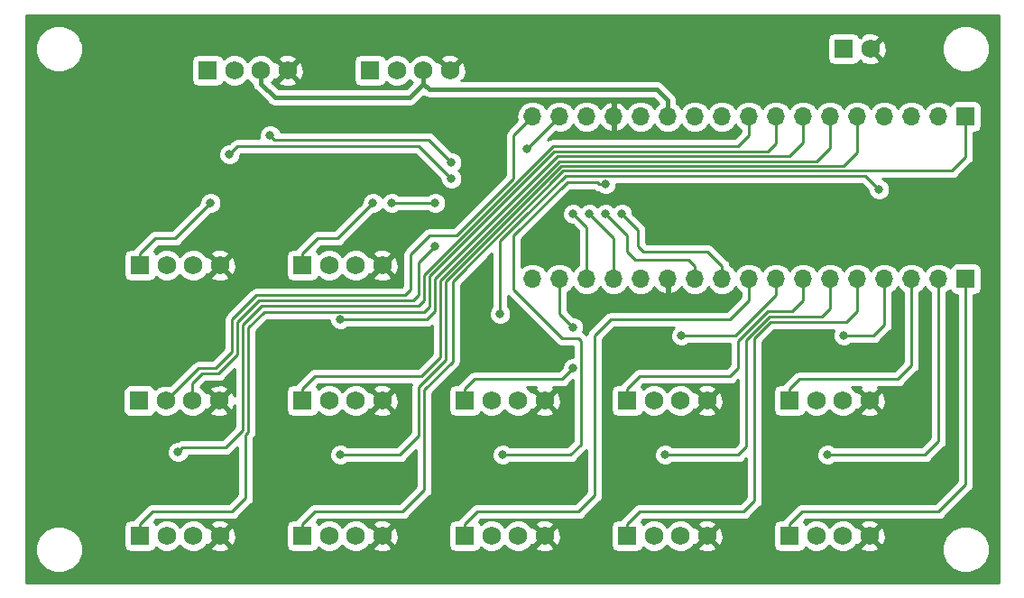
<source format=gbr>
G04 #@! TF.GenerationSoftware,KiCad,Pcbnew,(5.0.0)*
G04 #@! TF.CreationDate,2019-10-27T19:17:23-04:00*
G04 #@! TF.ProjectId,Micro-Breakout+RGB,4D6963726F2D427265616B6F75742B52,rev?*
G04 #@! TF.SameCoordinates,Original*
G04 #@! TF.FileFunction,Copper,L2,Bot,Signal*
G04 #@! TF.FilePolarity,Positive*
%FSLAX46Y46*%
G04 Gerber Fmt 4.6, Leading zero omitted, Abs format (unit mm)*
G04 Created by KiCad (PCBNEW (5.0.0)) date 10/27/19 19:17:23*
%MOMM*%
%LPD*%
G01*
G04 APERTURE LIST*
G04 #@! TA.AperFunction,ComponentPad*
%ADD10O,1.700000X1.700000*%
G04 #@! TD*
G04 #@! TA.AperFunction,ComponentPad*
%ADD11R,1.700000X1.700000*%
G04 #@! TD*
G04 #@! TA.AperFunction,ComponentPad*
%ADD12R,1.750000X1.750000*%
G04 #@! TD*
G04 #@! TA.AperFunction,ComponentPad*
%ADD13C,1.750000*%
G04 #@! TD*
G04 #@! TA.AperFunction,ViaPad*
%ADD14C,0.800000*%
G04 #@! TD*
G04 #@! TA.AperFunction,Conductor*
%ADD15C,0.250000*%
G04 #@! TD*
G04 #@! TA.AperFunction,Conductor*
%ADD16C,0.400000*%
G04 #@! TD*
G04 #@! TA.AperFunction,Conductor*
%ADD17C,0.254000*%
G04 #@! TD*
G04 APERTURE END LIST*
D10*
G04 #@! TO.P,J7,17*
G04 #@! TO.N,/LCLK*
X151130000Y-97790000D03*
G04 #@! TO.P,J7,16*
G04 #@! TO.N,/B5LED*
X153670000Y-97790000D03*
G04 #@! TO.P,J7,15*
G04 #@! TO.N,VBUS*
X156210000Y-97790000D03*
G04 #@! TO.P,J7,14*
G04 #@! TO.N,GND*
X158750000Y-97790000D03*
G04 #@! TO.P,J7,13*
G04 #@! TO.N,Net-(J7-Pad13)*
X161290000Y-97790000D03*
G04 #@! TO.P,J7,12*
G04 #@! TO.N,+5V*
X163830000Y-97790000D03*
G04 #@! TO.P,J7,11*
G04 #@! TO.N,Net-(J7-Pad11)*
X166370000Y-97790000D03*
G04 #@! TO.P,J7,10*
G04 #@! TO.N,Net-(J7-Pad10)*
X168910000Y-97790000D03*
G04 #@! TO.P,J7,9*
G04 #@! TO.N,/B9LED*
X171450000Y-97790000D03*
G04 #@! TO.P,J7,8*
G04 #@! TO.N,/B9*
X173990000Y-97790000D03*
G04 #@! TO.P,J7,7*
G04 #@! TO.N,/B8LED*
X176530000Y-97790000D03*
G04 #@! TO.P,J7,6*
G04 #@! TO.N,/B8*
X179070000Y-97790000D03*
G04 #@! TO.P,J7,5*
G04 #@! TO.N,/B7LED*
X181610000Y-97790000D03*
G04 #@! TO.P,J7,4*
G04 #@! TO.N,/B6LED*
X184150000Y-97790000D03*
G04 #@! TO.P,J7,3*
G04 #@! TO.N,Net-(J7-Pad3)*
X186690000Y-97790000D03*
G04 #@! TO.P,J7,2*
G04 #@! TO.N,+3V3*
X189230000Y-97790000D03*
D11*
G04 #@! TO.P,J7,1*
G04 #@! TO.N,/B7*
X191770000Y-97790000D03*
G04 #@! TD*
G04 #@! TO.P,J10,1*
G04 #@! TO.N,/B1*
X191770000Y-113030000D03*
D10*
G04 #@! TO.P,J10,2*
G04 #@! TO.N,/B1LED*
X189230000Y-113030000D03*
G04 #@! TO.P,J10,3*
G04 #@! TO.N,/B2*
X186690000Y-113030000D03*
G04 #@! TO.P,J10,4*
G04 #@! TO.N,/B2LED*
X184150000Y-113030000D03*
G04 #@! TO.P,J10,5*
G04 #@! TO.N,/B3*
X181610000Y-113030000D03*
G04 #@! TO.P,J10,6*
G04 #@! TO.N,/B3LED*
X179070000Y-113030000D03*
G04 #@! TO.P,J10,7*
G04 #@! TO.N,/B4*
X176530000Y-113030000D03*
G04 #@! TO.P,J10,8*
G04 #@! TO.N,/B4LED*
X173990000Y-113030000D03*
G04 #@! TO.P,J10,9*
G04 #@! TO.N,/B5*
X171450000Y-113030000D03*
G04 #@! TO.P,J10,10*
G04 #@! TO.N,/PIN3*
X168910000Y-113030000D03*
G04 #@! TO.P,J10,11*
G04 #@! TO.N,/PIN2*
X166370000Y-113030000D03*
G04 #@! TO.P,J10,12*
G04 #@! TO.N,GND*
X163830000Y-113030000D03*
G04 #@! TO.P,J10,13*
G04 #@! TO.N,Net-(J10-Pad13)*
X161290000Y-113030000D03*
G04 #@! TO.P,J10,14*
G04 #@! TO.N,/PIN0*
X158750000Y-113030000D03*
G04 #@! TO.P,J10,15*
G04 #@! TO.N,/PIN1*
X156210000Y-113030000D03*
G04 #@! TO.P,J10,16*
G04 #@! TO.N,/B6*
X153670000Y-113030000D03*
G04 #@! TO.P,J10,17*
G04 #@! TO.N,/LDAT*
X151130000Y-113030000D03*
G04 #@! TD*
D12*
G04 #@! TO.P,J17,1*
G04 #@! TO.N,/B11*
X114300000Y-111760000D03*
D13*
G04 #@! TO.P,J17,2*
G04 #@! TO.N,Net-(J17-Pad2)*
X116800000Y-111760000D03*
G04 #@! TO.P,J17,3*
G04 #@! TO.N,/LED+*
X119300000Y-111760000D03*
G04 #@! TO.P,J17,4*
G04 #@! TO.N,GND*
X121800000Y-111760000D03*
G04 #@! TD*
G04 #@! TO.P,J16,4*
G04 #@! TO.N,GND*
X137040000Y-124460000D03*
G04 #@! TO.P,J16,3*
G04 #@! TO.N,/LED+*
X134540000Y-124460000D03*
G04 #@! TO.P,J16,2*
G04 #@! TO.N,Net-(J16-Pad2)*
X132040000Y-124460000D03*
D12*
G04 #@! TO.P,J16,1*
G04 #@! TO.N,/B8*
X129540000Y-124460000D03*
G04 #@! TD*
G04 #@! TO.P,J14,1*
G04 #@! TO.N,/LED+*
X114227001Y-124483001D03*
D13*
G04 #@! TO.P,J14,2*
G04 #@! TO.N,/LCLK*
X116727001Y-124483001D03*
G04 #@! TO.P,J14,3*
G04 #@! TO.N,/LDAT*
X119227001Y-124483001D03*
G04 #@! TO.P,J14,4*
G04 #@! TO.N,GND*
X121727001Y-124483001D03*
G04 #@! TD*
G04 #@! TO.P,J12,4*
G04 #@! TO.N,GND*
X137040000Y-111760000D03*
G04 #@! TO.P,J12,3*
G04 #@! TO.N,/LED+*
X134540000Y-111760000D03*
G04 #@! TO.P,J12,2*
G04 #@! TO.N,Net-(J12-Pad2)*
X132040000Y-111760000D03*
D12*
G04 #@! TO.P,J12,1*
G04 #@! TO.N,/B10*
X129540000Y-111760000D03*
G04 #@! TD*
D13*
G04 #@! TO.P,J13,2*
G04 #@! TO.N,GND*
X182840000Y-91440000D03*
D12*
G04 #@! TO.P,J13,1*
G04 #@! TO.N,+12V*
X180340000Y-91440000D03*
G04 #@! TD*
D13*
G04 #@! TO.P,J8,4*
G04 #@! TO.N,GND*
X152280000Y-137160000D03*
G04 #@! TO.P,J8,3*
G04 #@! TO.N,/LED+*
X149780000Y-137160000D03*
G04 #@! TO.P,J8,2*
G04 #@! TO.N,Net-(J8-Pad2)*
X147280000Y-137160000D03*
D12*
G04 #@! TO.P,J8,1*
G04 #@! TO.N,/B5*
X144780000Y-137160000D03*
G04 #@! TD*
D13*
G04 #@! TO.P,J2,4*
G04 #@! TO.N,GND*
X128150000Y-93472000D03*
G04 #@! TO.P,J2,3*
G04 #@! TO.N,+5V*
X125650000Y-93472000D03*
G04 #@! TO.P,J2,2*
G04 #@! TO.N,/QE2B*
X123150000Y-93472000D03*
D12*
G04 #@! TO.P,J2,1*
G04 #@! TO.N,/QE2A*
X120650000Y-93472000D03*
G04 #@! TD*
D13*
G04 #@! TO.P,J3,4*
G04 #@! TO.N,GND*
X182760000Y-137160000D03*
G04 #@! TO.P,J3,3*
G04 #@! TO.N,/LED+*
X180260000Y-137160000D03*
G04 #@! TO.P,J3,2*
G04 #@! TO.N,Net-(J3-Pad2)*
X177760000Y-137160000D03*
D12*
G04 #@! TO.P,J3,1*
G04 #@! TO.N,/B1*
X175260000Y-137160000D03*
G04 #@! TD*
G04 #@! TO.P,J4,1*
G04 #@! TO.N,/B2*
X175260000Y-124460000D03*
D13*
G04 #@! TO.P,J4,2*
G04 #@! TO.N,Net-(J4-Pad2)*
X177760000Y-124460000D03*
G04 #@! TO.P,J4,3*
G04 #@! TO.N,/LED+*
X180260000Y-124460000D03*
G04 #@! TO.P,J4,4*
G04 #@! TO.N,GND*
X182760000Y-124460000D03*
G04 #@! TD*
G04 #@! TO.P,J5,4*
G04 #@! TO.N,GND*
X167520000Y-137160000D03*
G04 #@! TO.P,J5,3*
G04 #@! TO.N,/LED+*
X165020000Y-137160000D03*
G04 #@! TO.P,J5,2*
G04 #@! TO.N,Net-(J5-Pad2)*
X162520000Y-137160000D03*
D12*
G04 #@! TO.P,J5,1*
G04 #@! TO.N,/B3*
X160020000Y-137160000D03*
G04 #@! TD*
G04 #@! TO.P,J9,1*
G04 #@! TO.N,/B6*
X144780000Y-124460000D03*
D13*
G04 #@! TO.P,J9,2*
G04 #@! TO.N,Net-(J9-Pad2)*
X147280000Y-124460000D03*
G04 #@! TO.P,J9,3*
G04 #@! TO.N,/LED+*
X149780000Y-124460000D03*
G04 #@! TO.P,J9,4*
G04 #@! TO.N,GND*
X152280000Y-124460000D03*
G04 #@! TD*
G04 #@! TO.P,J11,4*
G04 #@! TO.N,GND*
X137040000Y-137160000D03*
G04 #@! TO.P,J11,3*
G04 #@! TO.N,/LED+*
X134540000Y-137160000D03*
G04 #@! TO.P,J11,2*
G04 #@! TO.N,Net-(J11-Pad2)*
X132040000Y-137160000D03*
D12*
G04 #@! TO.P,J11,1*
G04 #@! TO.N,/B7*
X129540000Y-137160000D03*
G04 #@! TD*
D13*
G04 #@! TO.P,J18,4*
G04 #@! TO.N,GND*
X121800000Y-137160000D03*
G04 #@! TO.P,J18,3*
G04 #@! TO.N,/LED+*
X119300000Y-137160000D03*
G04 #@! TO.P,J18,2*
G04 #@! TO.N,Net-(J18-Pad2)*
X116800000Y-137160000D03*
D12*
G04 #@! TO.P,J18,1*
G04 #@! TO.N,/B9*
X114300000Y-137160000D03*
G04 #@! TD*
G04 #@! TO.P,J1,1*
G04 #@! TO.N,/QE1A*
X135890000Y-93472000D03*
D13*
G04 #@! TO.P,J1,2*
G04 #@! TO.N,/QE1B*
X138390000Y-93472000D03*
G04 #@! TO.P,J1,3*
G04 #@! TO.N,+5V*
X140890000Y-93472000D03*
G04 #@! TO.P,J1,4*
G04 #@! TO.N,GND*
X143390000Y-93472000D03*
G04 #@! TD*
G04 #@! TO.P,J6,4*
G04 #@! TO.N,GND*
X167520000Y-124460000D03*
G04 #@! TO.P,J6,3*
G04 #@! TO.N,/LED+*
X165020000Y-124460000D03*
G04 #@! TO.P,J6,2*
G04 #@! TO.N,Net-(J6-Pad2)*
X162520000Y-124460000D03*
D12*
G04 #@! TO.P,J6,1*
G04 #@! TO.N,/B4*
X160020000Y-124460000D03*
G04 #@! TD*
D14*
G04 #@! TO.N,/B5LED*
X148336000Y-129540000D03*
G04 #@! TO.N,/B7LED*
X133096000Y-129540000D03*
G04 #@! TO.N,/B6LED*
X148082000Y-116332000D03*
X183642000Y-104648000D03*
G04 #@! TO.N,/B5LED*
X150622000Y-100838000D03*
X157988000Y-104140000D03*
G04 #@! TO.N,/B4LED*
X165100000Y-118364000D03*
G04 #@! TO.N,/B3LED*
X163576000Y-129540000D03*
G04 #@! TO.N,/B2LED*
X180340000Y-118364000D03*
G04 #@! TO.N,/B1LED*
X178816000Y-129540000D03*
G04 #@! TO.N,/B9LED*
X117856000Y-129286000D03*
G04 #@! TO.N,/B8LED*
X133096000Y-116840000D03*
G04 #@! TO.N,/PIN0*
X156464000Y-106934000D03*
G04 #@! TO.N,/PIN1*
X137922000Y-105918000D03*
X141986000Y-105918000D03*
X154940000Y-106934000D03*
G04 #@! TO.N,/B6*
X154940000Y-121412000D03*
X154940000Y-117602000D03*
G04 #@! TO.N,/PIN3*
X126492000Y-99568000D03*
X159512000Y-106934000D03*
X143510000Y-102108000D03*
G04 #@! TO.N,/PIN2*
X122682000Y-101346000D03*
X157988000Y-106934000D03*
X143510000Y-103632000D03*
G04 #@! TO.N,/B11*
X120904000Y-105918000D03*
G04 #@! TO.N,/B10*
X136144000Y-105918000D03*
G04 #@! TO.N,/LDAT*
X141986000Y-109982000D03*
G04 #@! TD*
D15*
G04 #@! TO.N,/B7LED*
X181610000Y-101173440D02*
X181610000Y-97790000D01*
X180340000Y-102443440D02*
X181610000Y-101173440D01*
X140462000Y-127762000D02*
X140462000Y-123190000D01*
X153845380Y-102443440D02*
X180340000Y-102443440D01*
X138684000Y-129540000D02*
X140462000Y-127762000D01*
X140462000Y-123190000D02*
X143004820Y-120647180D01*
X143004820Y-120647180D02*
X143004820Y-113284000D01*
X133096000Y-129540000D02*
X138684000Y-129540000D01*
X143004820Y-113284000D02*
X153845380Y-102443440D01*
G04 #@! TO.N,/B6LED*
X150259999Y-107301641D02*
X154218180Y-103343460D01*
X150259999Y-107301641D02*
X148084820Y-109476820D01*
X148084820Y-109476820D02*
X148082000Y-109479640D01*
X148082000Y-109479640D02*
X148082000Y-116332000D01*
X182337460Y-103343460D02*
X181864000Y-103343460D01*
X183642000Y-104648000D02*
X182337460Y-103343460D01*
X154218180Y-103343460D02*
X181864000Y-103343460D01*
G04 #@! TO.N,/B5LED*
X153670000Y-97790000D02*
X150622000Y-100838000D01*
X154686000Y-129540000D02*
X148336000Y-129540000D01*
X155665001Y-118835001D02*
X155665001Y-128560999D01*
X155448000Y-118618000D02*
X155665001Y-118835001D01*
X153924000Y-118618000D02*
X155448000Y-118618000D01*
X157988000Y-104140000D02*
X157422315Y-104140000D01*
X157422315Y-104140000D02*
X157205314Y-103922999D01*
X154395001Y-103922999D02*
X149352000Y-108966000D01*
X155665001Y-128560999D02*
X154686000Y-129540000D01*
X157205314Y-103922999D02*
X154395001Y-103922999D01*
X149352000Y-108966000D02*
X149352000Y-114046000D01*
X149352000Y-114046000D02*
X153924000Y-118618000D01*
G04 #@! TO.N,/B4LED*
X170180000Y-118364000D02*
X165100000Y-118364000D01*
X172916010Y-115627990D02*
X170180000Y-118364000D01*
X173990000Y-114554000D02*
X172916010Y-115627990D01*
X173990000Y-113030000D02*
X173990000Y-114554000D01*
G04 #@! TO.N,/B3LED*
X170434000Y-129540000D02*
X163576000Y-129540000D01*
X173353590Y-116586000D02*
X171196000Y-118743590D01*
X171196000Y-118743590D02*
X171196000Y-128778000D01*
X171196000Y-128778000D02*
X170434000Y-129540000D01*
X179070000Y-115824000D02*
X178308000Y-116586000D01*
X179070000Y-113030000D02*
X179070000Y-115824000D01*
X178308000Y-116586000D02*
X173353590Y-116586000D01*
G04 #@! TO.N,/B2LED*
X184150000Y-117348000D02*
X183134000Y-118364000D01*
X184150000Y-113030000D02*
X184150000Y-117348000D01*
X183134000Y-118364000D02*
X180340000Y-118364000D01*
G04 #@! TO.N,/B1LED*
X189230000Y-128270000D02*
X187960000Y-129540000D01*
X189230000Y-113030000D02*
X189230000Y-128270000D01*
X178816000Y-129540000D02*
X187960000Y-129540000D01*
G04 #@! TO.N,/B9LED*
X171450000Y-99568000D02*
X171450000Y-97790000D01*
X170434000Y-100584000D02*
X171450000Y-99568000D01*
X153036410Y-100584000D02*
X170434000Y-100584000D01*
X140970000Y-112650410D02*
X153036410Y-100584000D01*
X140462000Y-115570000D02*
X140970000Y-115062000D01*
X117856000Y-129286000D02*
X118255999Y-128886001D01*
X118255999Y-128886001D02*
X122319999Y-128886001D01*
X122319999Y-128886001D02*
X123952000Y-127254000D01*
X123952000Y-127254000D02*
X123952000Y-117348000D01*
X123952000Y-117348000D02*
X125730000Y-115570000D01*
X140970000Y-115062000D02*
X140970000Y-112650410D01*
X125730000Y-115570000D02*
X140462000Y-115570000D01*
G04 #@! TO.N,/B8LED*
X176530000Y-100273420D02*
X175260000Y-101543420D01*
X176530000Y-97790000D02*
X176530000Y-100273420D01*
X153472580Y-101543420D02*
X175260000Y-101543420D01*
X133096000Y-116840000D02*
X141224000Y-116840000D01*
X141986000Y-116078000D02*
X141986000Y-113030000D01*
X141224000Y-116840000D02*
X141986000Y-116078000D01*
X141986000Y-113030000D02*
X153472580Y-101543420D01*
G04 #@! TO.N,/PIN0*
X156464000Y-106934000D02*
X158750000Y-109220000D01*
X158750000Y-113030000D02*
X158750000Y-109220000D01*
G04 #@! TO.N,/PIN1*
X137922000Y-105918000D02*
X140716000Y-105918000D01*
X141986000Y-105918000D02*
X140716000Y-105918000D01*
X156210000Y-108204000D02*
X154940000Y-106934000D01*
X156210000Y-113030000D02*
X156210000Y-108204000D01*
G04 #@! TO.N,/B8*
X179070000Y-100723430D02*
X179070000Y-97790000D01*
X153658980Y-101993430D02*
X177800000Y-101993430D01*
X129540000Y-124460000D02*
X129540000Y-123335000D01*
X177800000Y-101993430D02*
X179070000Y-100723430D01*
X129540000Y-123335000D02*
X130701000Y-122174000D01*
X130701000Y-122174000D02*
X140716000Y-122174000D01*
X140716000Y-122174000D02*
X142494000Y-120396000D01*
X142494000Y-120396000D02*
X142494000Y-113158410D01*
X142494000Y-113158410D02*
X153658980Y-101993430D01*
G04 #@! TO.N,/B4*
X160020000Y-124460000D02*
X160020000Y-123335000D01*
X161181000Y-122174000D02*
X169672000Y-122174000D01*
X160020000Y-123335000D02*
X161181000Y-122174000D01*
X169672000Y-122174000D02*
X170434000Y-121412000D01*
X170434000Y-121412000D02*
X170434000Y-118869180D01*
X170434000Y-118869180D02*
X173225180Y-116078000D01*
X176530000Y-115062000D02*
X175514000Y-116078000D01*
X176530000Y-113030000D02*
X176530000Y-115062000D01*
X173225180Y-116078000D02*
X175514000Y-116078000D01*
D16*
G04 #@! TO.N,+5V*
X140890000Y-93472000D02*
X140890000Y-94709436D01*
X125650000Y-94709436D02*
X126952564Y-96012000D01*
X125650000Y-93472000D02*
X125650000Y-94709436D01*
X139587436Y-96012000D02*
X140890000Y-94709436D01*
X126952564Y-96012000D02*
X139587436Y-96012000D01*
X141430564Y-95250000D02*
X140890000Y-94709436D01*
X162814000Y-95250000D02*
X141430564Y-95250000D01*
X163830000Y-97790000D02*
X163830000Y-96266000D01*
X163830000Y-96266000D02*
X162814000Y-95250000D01*
D15*
G04 #@! TO.N,/B9*
X114300000Y-136035000D02*
X114300000Y-137160000D01*
X122936000Y-134874000D02*
X115461000Y-134874000D01*
X124206000Y-133604000D02*
X122936000Y-134874000D01*
X124460000Y-127382410D02*
X124206000Y-127636410D01*
X124460000Y-117602000D02*
X124460000Y-127382410D01*
X125947001Y-116114999D02*
X124460000Y-117602000D01*
X140970000Y-116114999D02*
X125947001Y-116114999D01*
X173990000Y-100331410D02*
X173228000Y-101093410D01*
X173990000Y-97790000D02*
X173990000Y-100331410D01*
X153163410Y-101093410D02*
X141478000Y-112778820D01*
X115461000Y-134874000D02*
X114300000Y-136035000D01*
X141478000Y-112778820D02*
X141478000Y-115606999D01*
X124206000Y-127636410D02*
X124206000Y-133604000D01*
X173228000Y-101093410D02*
X153163410Y-101093410D01*
X141478000Y-115606999D02*
X140970000Y-116114999D01*
G04 #@! TO.N,/B7*
X129540000Y-136035000D02*
X130701000Y-134874000D01*
X129540000Y-137160000D02*
X129540000Y-136035000D01*
X130701000Y-134874000D02*
X138938000Y-134874000D01*
X138938000Y-134874000D02*
X140970000Y-132842000D01*
X191770000Y-101623450D02*
X190500000Y-102893450D01*
X191770000Y-97790000D02*
X191770000Y-101623450D01*
X154031780Y-102893450D02*
X190500000Y-102893450D01*
X143641230Y-120772770D02*
X140970000Y-123444000D01*
X143641230Y-113284000D02*
X143641230Y-120772770D01*
X140970000Y-132842000D02*
X140970000Y-123444000D01*
X143641230Y-113284000D02*
X154031780Y-102893450D01*
G04 #@! TO.N,/B6*
X144780000Y-123335000D02*
X145687000Y-122428000D01*
X144780000Y-124460000D02*
X144780000Y-123335000D01*
X145687000Y-122428000D02*
X153924000Y-122428000D01*
X153924000Y-122428000D02*
X154940000Y-121412000D01*
X153670000Y-116332000D02*
X154940000Y-117602000D01*
X153670000Y-113030000D02*
X153670000Y-116332000D01*
G04 #@! TO.N,/B3*
X160020000Y-136035000D02*
X161181000Y-134874000D01*
X160020000Y-137160000D02*
X160020000Y-136035000D01*
X161181000Y-134874000D02*
X170942000Y-134874000D01*
X170942000Y-134874000D02*
X171958000Y-133858000D01*
X171958000Y-133858000D02*
X171958000Y-118618000D01*
X171958000Y-118618000D02*
X173482000Y-117094000D01*
X181610000Y-116078000D02*
X180594000Y-117094000D01*
X181610000Y-113030000D02*
X181610000Y-116078000D01*
X173482000Y-117094000D02*
X180594000Y-117094000D01*
G04 #@! TO.N,/B2*
X175260000Y-123335000D02*
X176167000Y-122428000D01*
X175260000Y-124460000D02*
X175260000Y-123335000D01*
X186690000Y-121158000D02*
X185420000Y-122428000D01*
X186690000Y-113030000D02*
X186690000Y-121158000D01*
X176167000Y-122428000D02*
X185420000Y-122428000D01*
G04 #@! TO.N,/B1*
X175260000Y-136035000D02*
X175260000Y-137160000D01*
X176421000Y-134874000D02*
X175260000Y-136035000D01*
X189230000Y-134874000D02*
X176421000Y-134874000D01*
X191770000Y-114130000D02*
X191770000Y-132334000D01*
X191770000Y-113030000D02*
X191770000Y-114130000D01*
X191770000Y-132334000D02*
X189230000Y-134874000D01*
G04 #@! TO.N,/B5*
X144780000Y-136035000D02*
X145941000Y-134874000D01*
X144780000Y-137160000D02*
X144780000Y-136035000D01*
X145941000Y-134874000D02*
X155448000Y-134874000D01*
X155448000Y-134874000D02*
X156972000Y-133350000D01*
X156972000Y-133350000D02*
X156972000Y-118364000D01*
X156972000Y-118364000D02*
X158496000Y-116840000D01*
X171450000Y-113030000D02*
X171450000Y-115062000D01*
X171450000Y-115062000D02*
X169672000Y-116840000D01*
X158496000Y-116840000D02*
X169672000Y-116840000D01*
G04 #@! TO.N,/PIN3*
X126492000Y-99568000D02*
X126891999Y-99967999D01*
X161544000Y-110490000D02*
X161036000Y-109982000D01*
X167572081Y-110490000D02*
X161544000Y-110490000D01*
X168910000Y-113030000D02*
X168910000Y-111827919D01*
X168910000Y-111827919D02*
X167572081Y-110490000D01*
X141369999Y-99967999D02*
X141224000Y-99967999D01*
X143510000Y-102108000D02*
X141369999Y-99967999D01*
X126891999Y-99967999D02*
X141224000Y-99967999D01*
X159512000Y-106934000D02*
X161036000Y-108458000D01*
X161036000Y-109982000D02*
X161036000Y-108458000D01*
G04 #@! TO.N,/PIN2*
X122682000Y-101346000D02*
X123444000Y-100584000D01*
X166370000Y-111827919D02*
X165794081Y-111252000D01*
X166370000Y-113030000D02*
X166370000Y-111827919D01*
X160782000Y-111252000D02*
X160020000Y-110490000D01*
X165794081Y-111252000D02*
X160782000Y-111252000D01*
X143510000Y-103632000D02*
X140462000Y-100584000D01*
X140462000Y-100584000D02*
X123444000Y-100584000D01*
X157988000Y-106934000D02*
X160020000Y-108966000D01*
X160020000Y-108966000D02*
X160020000Y-110490000D01*
G04 #@! TO.N,/B11*
X115715000Y-109220000D02*
X114300000Y-110635000D01*
X114300000Y-110635000D02*
X114300000Y-111760000D01*
X117602000Y-109220000D02*
X117348000Y-109220000D01*
X120904000Y-105918000D02*
X117602000Y-109220000D01*
X117348000Y-109220000D02*
X115715000Y-109220000D01*
G04 #@! TO.N,/B10*
X136144000Y-105918000D02*
X132842000Y-109220000D01*
X129540000Y-110635000D02*
X129540000Y-111760000D01*
X130955000Y-109220000D02*
X129540000Y-110635000D01*
X130955000Y-109220000D02*
X132842000Y-109220000D01*
G04 #@! TO.N,/LCLK*
X119798002Y-121412000D02*
X116727001Y-124483001D01*
X121412000Y-121412000D02*
X119798002Y-121412000D01*
X122936000Y-119888000D02*
X121412000Y-121412000D01*
X149352000Y-99568000D02*
X149352000Y-103632000D01*
X151130000Y-97790000D02*
X149352000Y-99568000D01*
X149352000Y-103632000D02*
X144018000Y-108966000D01*
X139700000Y-114046000D02*
X139192000Y-114554000D01*
X144018000Y-108966000D02*
X141478000Y-108966000D01*
X141478000Y-108966000D02*
X139700000Y-110744000D01*
X139700000Y-110744000D02*
X139700000Y-114046000D01*
X122936000Y-116840000D02*
X125222000Y-114554000D01*
X139192000Y-114554000D02*
X125222000Y-114554000D01*
X122936000Y-116840000D02*
X122936000Y-119888000D01*
G04 #@! TO.N,/LDAT*
X140462000Y-111506000D02*
X140462000Y-114554000D01*
X141986000Y-109982000D02*
X140462000Y-111506000D01*
X140462000Y-114554000D02*
X139954000Y-115062000D01*
X125604410Y-115062000D02*
X125603000Y-115063410D01*
X139954000Y-115062000D02*
X125604410Y-115062000D01*
X119227001Y-122834999D02*
X119227001Y-124483001D01*
X125476000Y-115062000D02*
X123444000Y-117094000D01*
X125604410Y-115062000D02*
X125476000Y-115062000D01*
X123444000Y-117094000D02*
X123444000Y-120142000D01*
X123444000Y-120142000D02*
X121666000Y-121920000D01*
X121666000Y-121920000D02*
X120142000Y-121920000D01*
X120142000Y-121920000D02*
X119227001Y-122834999D01*
G04 #@! TD*
D17*
G04 #@! TO.N,GND*
G36*
X194870001Y-141530000D02*
X103580000Y-141530000D01*
X103580000Y-137985431D01*
X104445000Y-137985431D01*
X104445000Y-138874569D01*
X104785259Y-139696026D01*
X105413974Y-140324741D01*
X106235431Y-140665000D01*
X107124569Y-140665000D01*
X107946026Y-140324741D01*
X108574741Y-139696026D01*
X108915000Y-138874569D01*
X108915000Y-137985431D01*
X108574741Y-137163974D01*
X107946026Y-136535259D01*
X107124569Y-136195000D01*
X106235431Y-136195000D01*
X105413974Y-136535259D01*
X104785259Y-137163974D01*
X104445000Y-137985431D01*
X103580000Y-137985431D01*
X103580000Y-123608001D01*
X112704561Y-123608001D01*
X112704561Y-125358001D01*
X112753844Y-125605766D01*
X112894192Y-125815810D01*
X113104236Y-125956158D01*
X113352001Y-126005441D01*
X115102001Y-126005441D01*
X115349766Y-125956158D01*
X115559810Y-125815810D01*
X115700158Y-125605766D01*
X115702505Y-125593967D01*
X115871655Y-125763117D01*
X116426643Y-125993001D01*
X117027359Y-125993001D01*
X117582347Y-125763117D01*
X117977001Y-125368463D01*
X118371655Y-125763117D01*
X118926643Y-125993001D01*
X119527359Y-125993001D01*
X120082347Y-125763117D01*
X120300403Y-125545061D01*
X120844546Y-125545061D01*
X120927885Y-125798954D01*
X121492307Y-126004591D01*
X122092459Y-125978580D01*
X122526117Y-125798954D01*
X122609456Y-125545061D01*
X121727001Y-124662606D01*
X120844546Y-125545061D01*
X120300403Y-125545061D01*
X120507117Y-125338347D01*
X120516122Y-125316607D01*
X120664941Y-125365456D01*
X121547396Y-124483001D01*
X120664941Y-123600546D01*
X120516122Y-123649395D01*
X120507117Y-123627655D01*
X120300403Y-123420941D01*
X120844546Y-123420941D01*
X121727001Y-124303396D01*
X122609456Y-123420941D01*
X122526117Y-123167048D01*
X121961695Y-122961411D01*
X121361543Y-122987422D01*
X120927885Y-123167048D01*
X120844546Y-123420941D01*
X120300403Y-123420941D01*
X120082347Y-123202885D01*
X119987001Y-123163391D01*
X119987001Y-123149800D01*
X120456802Y-122680000D01*
X121591153Y-122680000D01*
X121666000Y-122694888D01*
X121740847Y-122680000D01*
X121740852Y-122680000D01*
X121962537Y-122635904D01*
X122213929Y-122467929D01*
X122256331Y-122404470D01*
X123192001Y-121468801D01*
X123192000Y-124043717D01*
X123042954Y-123683885D01*
X122789061Y-123600546D01*
X121906606Y-124483001D01*
X122789061Y-125365456D01*
X123042954Y-125282117D01*
X123192000Y-124873022D01*
X123192000Y-126939198D01*
X122005198Y-128126001D01*
X118330845Y-128126001D01*
X118255998Y-128111113D01*
X118181151Y-128126001D01*
X118181147Y-128126001D01*
X117959462Y-128170097D01*
X117838382Y-128251000D01*
X117650126Y-128251000D01*
X117269720Y-128408569D01*
X116978569Y-128699720D01*
X116821000Y-129080126D01*
X116821000Y-129491874D01*
X116978569Y-129872280D01*
X117269720Y-130163431D01*
X117650126Y-130321000D01*
X118061874Y-130321000D01*
X118442280Y-130163431D01*
X118733431Y-129872280D01*
X118827159Y-129646001D01*
X122245152Y-129646001D01*
X122319999Y-129660889D01*
X122394846Y-129646001D01*
X122394851Y-129646001D01*
X122616536Y-129601905D01*
X122867928Y-129433930D01*
X122910330Y-129370471D01*
X123446000Y-128834801D01*
X123446001Y-133289197D01*
X122621199Y-134114000D01*
X115535847Y-134114000D01*
X115461000Y-134099112D01*
X115386153Y-134114000D01*
X115386148Y-134114000D01*
X115164463Y-134158096D01*
X114913071Y-134326071D01*
X114870671Y-134389527D01*
X113815530Y-135444669D01*
X113752071Y-135487071D01*
X113651518Y-135637560D01*
X113425000Y-135637560D01*
X113177235Y-135686843D01*
X112967191Y-135827191D01*
X112826843Y-136037235D01*
X112777560Y-136285000D01*
X112777560Y-138035000D01*
X112826843Y-138282765D01*
X112967191Y-138492809D01*
X113177235Y-138633157D01*
X113425000Y-138682440D01*
X115175000Y-138682440D01*
X115422765Y-138633157D01*
X115632809Y-138492809D01*
X115773157Y-138282765D01*
X115775504Y-138270966D01*
X115944654Y-138440116D01*
X116499642Y-138670000D01*
X117100358Y-138670000D01*
X117655346Y-138440116D01*
X118050000Y-138045462D01*
X118444654Y-138440116D01*
X118999642Y-138670000D01*
X119600358Y-138670000D01*
X120155346Y-138440116D01*
X120373402Y-138222060D01*
X120917545Y-138222060D01*
X121000884Y-138475953D01*
X121565306Y-138681590D01*
X122165458Y-138655579D01*
X122599116Y-138475953D01*
X122682455Y-138222060D01*
X121800000Y-137339605D01*
X120917545Y-138222060D01*
X120373402Y-138222060D01*
X120580116Y-138015346D01*
X120589121Y-137993606D01*
X120737940Y-138042455D01*
X121620395Y-137160000D01*
X121979605Y-137160000D01*
X122862060Y-138042455D01*
X123115953Y-137959116D01*
X123321590Y-137394694D01*
X123295579Y-136794542D01*
X123115953Y-136360884D01*
X122862060Y-136277545D01*
X121979605Y-137160000D01*
X121620395Y-137160000D01*
X120737940Y-136277545D01*
X120589121Y-136326394D01*
X120580116Y-136304654D01*
X120373402Y-136097940D01*
X120917545Y-136097940D01*
X121800000Y-136980395D01*
X122682455Y-136097940D01*
X122599116Y-135844047D01*
X122034694Y-135638410D01*
X121434542Y-135664421D01*
X121000884Y-135844047D01*
X120917545Y-136097940D01*
X120373402Y-136097940D01*
X120155346Y-135879884D01*
X119600358Y-135650000D01*
X118999642Y-135650000D01*
X118444654Y-135879884D01*
X118050000Y-136274538D01*
X117655346Y-135879884D01*
X117100358Y-135650000D01*
X116499642Y-135650000D01*
X115944654Y-135879884D01*
X115775504Y-136049034D01*
X115773157Y-136037235D01*
X115632809Y-135827191D01*
X115602717Y-135807084D01*
X115775802Y-135634000D01*
X122861153Y-135634000D01*
X122936000Y-135648888D01*
X123010847Y-135634000D01*
X123010852Y-135634000D01*
X123232537Y-135589904D01*
X123483929Y-135421929D01*
X123526331Y-135358470D01*
X124690473Y-134194329D01*
X124753929Y-134151929D01*
X124921904Y-133900537D01*
X124966000Y-133678852D01*
X124966000Y-133678848D01*
X124980888Y-133604001D01*
X124966000Y-133529154D01*
X124966000Y-127958355D01*
X125007929Y-127930339D01*
X125175904Y-127678947D01*
X125220000Y-127457262D01*
X125220000Y-127457258D01*
X125234888Y-127382411D01*
X125220000Y-127307564D01*
X125220000Y-117916801D01*
X126261803Y-116874999D01*
X132061000Y-116874999D01*
X132061000Y-117045874D01*
X132218569Y-117426280D01*
X132509720Y-117717431D01*
X132890126Y-117875000D01*
X133301874Y-117875000D01*
X133682280Y-117717431D01*
X133799711Y-117600000D01*
X141149153Y-117600000D01*
X141224000Y-117614888D01*
X141298847Y-117600000D01*
X141298852Y-117600000D01*
X141520537Y-117555904D01*
X141734000Y-117413272D01*
X141734000Y-120081198D01*
X140401199Y-121414000D01*
X130775847Y-121414000D01*
X130701000Y-121399112D01*
X130626153Y-121414000D01*
X130626148Y-121414000D01*
X130404463Y-121458096D01*
X130153071Y-121626071D01*
X130110671Y-121689527D01*
X129055528Y-122744671D01*
X128992072Y-122787071D01*
X128949672Y-122850527D01*
X128949671Y-122850528D01*
X128891518Y-122937560D01*
X128665000Y-122937560D01*
X128417235Y-122986843D01*
X128207191Y-123127191D01*
X128066843Y-123337235D01*
X128017560Y-123585000D01*
X128017560Y-125335000D01*
X128066843Y-125582765D01*
X128207191Y-125792809D01*
X128417235Y-125933157D01*
X128665000Y-125982440D01*
X130415000Y-125982440D01*
X130662765Y-125933157D01*
X130872809Y-125792809D01*
X131013157Y-125582765D01*
X131015504Y-125570966D01*
X131184654Y-125740116D01*
X131739642Y-125970000D01*
X132340358Y-125970000D01*
X132895346Y-125740116D01*
X133290000Y-125345462D01*
X133684654Y-125740116D01*
X134239642Y-125970000D01*
X134840358Y-125970000D01*
X135395346Y-125740116D01*
X135613402Y-125522060D01*
X136157545Y-125522060D01*
X136240884Y-125775953D01*
X136805306Y-125981590D01*
X137405458Y-125955579D01*
X137839116Y-125775953D01*
X137922455Y-125522060D01*
X137040000Y-124639605D01*
X136157545Y-125522060D01*
X135613402Y-125522060D01*
X135820116Y-125315346D01*
X135829121Y-125293606D01*
X135977940Y-125342455D01*
X136860395Y-124460000D01*
X137219605Y-124460000D01*
X138102060Y-125342455D01*
X138355953Y-125259116D01*
X138561590Y-124694694D01*
X138535579Y-124094542D01*
X138355953Y-123660884D01*
X138102060Y-123577545D01*
X137219605Y-124460000D01*
X136860395Y-124460000D01*
X135977940Y-123577545D01*
X135829121Y-123626394D01*
X135820116Y-123604654D01*
X135613402Y-123397940D01*
X136157545Y-123397940D01*
X137040000Y-124280395D01*
X137922455Y-123397940D01*
X137839116Y-123144047D01*
X137274694Y-122938410D01*
X136674542Y-122964421D01*
X136240884Y-123144047D01*
X136157545Y-123397940D01*
X135613402Y-123397940D01*
X135395346Y-123179884D01*
X134840358Y-122950000D01*
X134239642Y-122950000D01*
X133684654Y-123179884D01*
X133290000Y-123574538D01*
X132895346Y-123179884D01*
X132340358Y-122950000D01*
X131739642Y-122950000D01*
X131184654Y-123179884D01*
X131015504Y-123349034D01*
X131013157Y-123337235D01*
X130872809Y-123127191D01*
X130842717Y-123107084D01*
X131015802Y-122934000D01*
X139738034Y-122934000D01*
X139687112Y-123190000D01*
X139702001Y-123264852D01*
X139702000Y-127447198D01*
X138369199Y-128780000D01*
X133799711Y-128780000D01*
X133682280Y-128662569D01*
X133301874Y-128505000D01*
X132890126Y-128505000D01*
X132509720Y-128662569D01*
X132218569Y-128953720D01*
X132061000Y-129334126D01*
X132061000Y-129745874D01*
X132218569Y-130126280D01*
X132509720Y-130417431D01*
X132890126Y-130575000D01*
X133301874Y-130575000D01*
X133682280Y-130417431D01*
X133799711Y-130300000D01*
X138609153Y-130300000D01*
X138684000Y-130314888D01*
X138758847Y-130300000D01*
X138758852Y-130300000D01*
X138980537Y-130255904D01*
X139231929Y-130087929D01*
X139274331Y-130024470D01*
X140210000Y-129088801D01*
X140210000Y-132527198D01*
X138623199Y-134114000D01*
X130775847Y-134114000D01*
X130701000Y-134099112D01*
X130626153Y-134114000D01*
X130626148Y-134114000D01*
X130404463Y-134158096D01*
X130153071Y-134326071D01*
X130110671Y-134389527D01*
X129055528Y-135444671D01*
X128992072Y-135487071D01*
X128949672Y-135550527D01*
X128949671Y-135550528D01*
X128891518Y-135637560D01*
X128665000Y-135637560D01*
X128417235Y-135686843D01*
X128207191Y-135827191D01*
X128066843Y-136037235D01*
X128017560Y-136285000D01*
X128017560Y-138035000D01*
X128066843Y-138282765D01*
X128207191Y-138492809D01*
X128417235Y-138633157D01*
X128665000Y-138682440D01*
X130415000Y-138682440D01*
X130662765Y-138633157D01*
X130872809Y-138492809D01*
X131013157Y-138282765D01*
X131015504Y-138270966D01*
X131184654Y-138440116D01*
X131739642Y-138670000D01*
X132340358Y-138670000D01*
X132895346Y-138440116D01*
X133290000Y-138045462D01*
X133684654Y-138440116D01*
X134239642Y-138670000D01*
X134840358Y-138670000D01*
X135395346Y-138440116D01*
X135613402Y-138222060D01*
X136157545Y-138222060D01*
X136240884Y-138475953D01*
X136805306Y-138681590D01*
X137405458Y-138655579D01*
X137839116Y-138475953D01*
X137922455Y-138222060D01*
X137040000Y-137339605D01*
X136157545Y-138222060D01*
X135613402Y-138222060D01*
X135820116Y-138015346D01*
X135829121Y-137993606D01*
X135977940Y-138042455D01*
X136860395Y-137160000D01*
X137219605Y-137160000D01*
X138102060Y-138042455D01*
X138355953Y-137959116D01*
X138561590Y-137394694D01*
X138535579Y-136794542D01*
X138355953Y-136360884D01*
X138102060Y-136277545D01*
X137219605Y-137160000D01*
X136860395Y-137160000D01*
X135977940Y-136277545D01*
X135829121Y-136326394D01*
X135820116Y-136304654D01*
X135613402Y-136097940D01*
X136157545Y-136097940D01*
X137040000Y-136980395D01*
X137922455Y-136097940D01*
X137839116Y-135844047D01*
X137274694Y-135638410D01*
X136674542Y-135664421D01*
X136240884Y-135844047D01*
X136157545Y-136097940D01*
X135613402Y-136097940D01*
X135395346Y-135879884D01*
X134840358Y-135650000D01*
X134239642Y-135650000D01*
X133684654Y-135879884D01*
X133290000Y-136274538D01*
X132895346Y-135879884D01*
X132340358Y-135650000D01*
X131739642Y-135650000D01*
X131184654Y-135879884D01*
X131015504Y-136049034D01*
X131013157Y-136037235D01*
X130872809Y-135827191D01*
X130842717Y-135807084D01*
X131015802Y-135634000D01*
X138863153Y-135634000D01*
X138938000Y-135648888D01*
X139012847Y-135634000D01*
X139012852Y-135634000D01*
X139234537Y-135589904D01*
X139485929Y-135421929D01*
X139528331Y-135358470D01*
X141454473Y-133432329D01*
X141517929Y-133389929D01*
X141685904Y-133138537D01*
X141730000Y-132916852D01*
X141730000Y-132916847D01*
X141744888Y-132842000D01*
X141730000Y-132767153D01*
X141730000Y-123758801D01*
X144125703Y-121363099D01*
X144189159Y-121320699D01*
X144247857Y-121232852D01*
X144357134Y-121069308D01*
X144382115Y-120943717D01*
X144401230Y-120847622D01*
X144401230Y-120847618D01*
X144416118Y-120772770D01*
X144401230Y-120697922D01*
X144401230Y-113598801D01*
X147322000Y-110678031D01*
X147322001Y-115628288D01*
X147204569Y-115745720D01*
X147047000Y-116126126D01*
X147047000Y-116537874D01*
X147204569Y-116918280D01*
X147495720Y-117209431D01*
X147876126Y-117367000D01*
X148287874Y-117367000D01*
X148668280Y-117209431D01*
X148959431Y-116918280D01*
X149117000Y-116537874D01*
X149117000Y-116126126D01*
X148959431Y-115745720D01*
X148842000Y-115628289D01*
X148842000Y-114619272D01*
X148867528Y-114636329D01*
X153333673Y-119102476D01*
X153376071Y-119165929D01*
X153439524Y-119208327D01*
X153439526Y-119208329D01*
X153564029Y-119291519D01*
X153627463Y-119333904D01*
X153849148Y-119378000D01*
X153849152Y-119378000D01*
X153923999Y-119392888D01*
X153998846Y-119378000D01*
X154905001Y-119378000D01*
X154905001Y-120377000D01*
X154734126Y-120377000D01*
X154353720Y-120534569D01*
X154062569Y-120825720D01*
X153905000Y-121206126D01*
X153905000Y-121372198D01*
X153609199Y-121668000D01*
X145761848Y-121668000D01*
X145687000Y-121653112D01*
X145612152Y-121668000D01*
X145612148Y-121668000D01*
X145438605Y-121702520D01*
X145390462Y-121712096D01*
X145203418Y-121837076D01*
X145139071Y-121880071D01*
X145096671Y-121943527D01*
X144295528Y-122744671D01*
X144232072Y-122787071D01*
X144189672Y-122850527D01*
X144189671Y-122850528D01*
X144131518Y-122937560D01*
X143905000Y-122937560D01*
X143657235Y-122986843D01*
X143447191Y-123127191D01*
X143306843Y-123337235D01*
X143257560Y-123585000D01*
X143257560Y-125335000D01*
X143306843Y-125582765D01*
X143447191Y-125792809D01*
X143657235Y-125933157D01*
X143905000Y-125982440D01*
X145655000Y-125982440D01*
X145902765Y-125933157D01*
X146112809Y-125792809D01*
X146253157Y-125582765D01*
X146255504Y-125570966D01*
X146424654Y-125740116D01*
X146979642Y-125970000D01*
X147580358Y-125970000D01*
X148135346Y-125740116D01*
X148530000Y-125345462D01*
X148924654Y-125740116D01*
X149479642Y-125970000D01*
X150080358Y-125970000D01*
X150635346Y-125740116D01*
X150853402Y-125522060D01*
X151397545Y-125522060D01*
X151480884Y-125775953D01*
X152045306Y-125981590D01*
X152645458Y-125955579D01*
X153079116Y-125775953D01*
X153162455Y-125522060D01*
X152280000Y-124639605D01*
X151397545Y-125522060D01*
X150853402Y-125522060D01*
X151060116Y-125315346D01*
X151069121Y-125293606D01*
X151217940Y-125342455D01*
X152100395Y-124460000D01*
X152459605Y-124460000D01*
X153342060Y-125342455D01*
X153595953Y-125259116D01*
X153801590Y-124694694D01*
X153775579Y-124094542D01*
X153595953Y-123660884D01*
X153342060Y-123577545D01*
X152459605Y-124460000D01*
X152100395Y-124460000D01*
X151217940Y-123577545D01*
X151069121Y-123626394D01*
X151060116Y-123604654D01*
X150643462Y-123188000D01*
X151466457Y-123188000D01*
X151397545Y-123397940D01*
X152280000Y-124280395D01*
X153162455Y-123397940D01*
X153093543Y-123188000D01*
X153849153Y-123188000D01*
X153924000Y-123202888D01*
X153998847Y-123188000D01*
X153998852Y-123188000D01*
X154220537Y-123143904D01*
X154471929Y-122975929D01*
X154514331Y-122912470D01*
X154905001Y-122521800D01*
X154905002Y-128246196D01*
X154371198Y-128780000D01*
X149039711Y-128780000D01*
X148922280Y-128662569D01*
X148541874Y-128505000D01*
X148130126Y-128505000D01*
X147749720Y-128662569D01*
X147458569Y-128953720D01*
X147301000Y-129334126D01*
X147301000Y-129745874D01*
X147458569Y-130126280D01*
X147749720Y-130417431D01*
X148130126Y-130575000D01*
X148541874Y-130575000D01*
X148922280Y-130417431D01*
X149039711Y-130300000D01*
X154611153Y-130300000D01*
X154686000Y-130314888D01*
X154760847Y-130300000D01*
X154760852Y-130300000D01*
X154982537Y-130255904D01*
X155233929Y-130087929D01*
X155276331Y-130024471D01*
X156149476Y-129151326D01*
X156212000Y-129109549D01*
X156212000Y-133035197D01*
X155133199Y-134114000D01*
X146015847Y-134114000D01*
X145941000Y-134099112D01*
X145866153Y-134114000D01*
X145866148Y-134114000D01*
X145644463Y-134158096D01*
X145393071Y-134326071D01*
X145350671Y-134389527D01*
X144295528Y-135444671D01*
X144232072Y-135487071D01*
X144189672Y-135550527D01*
X144189671Y-135550528D01*
X144131518Y-135637560D01*
X143905000Y-135637560D01*
X143657235Y-135686843D01*
X143447191Y-135827191D01*
X143306843Y-136037235D01*
X143257560Y-136285000D01*
X143257560Y-138035000D01*
X143306843Y-138282765D01*
X143447191Y-138492809D01*
X143657235Y-138633157D01*
X143905000Y-138682440D01*
X145655000Y-138682440D01*
X145902765Y-138633157D01*
X146112809Y-138492809D01*
X146253157Y-138282765D01*
X146255504Y-138270966D01*
X146424654Y-138440116D01*
X146979642Y-138670000D01*
X147580358Y-138670000D01*
X148135346Y-138440116D01*
X148530000Y-138045462D01*
X148924654Y-138440116D01*
X149479642Y-138670000D01*
X150080358Y-138670000D01*
X150635346Y-138440116D01*
X150853402Y-138222060D01*
X151397545Y-138222060D01*
X151480884Y-138475953D01*
X152045306Y-138681590D01*
X152645458Y-138655579D01*
X153079116Y-138475953D01*
X153162455Y-138222060D01*
X152280000Y-137339605D01*
X151397545Y-138222060D01*
X150853402Y-138222060D01*
X151060116Y-138015346D01*
X151069121Y-137993606D01*
X151217940Y-138042455D01*
X152100395Y-137160000D01*
X152459605Y-137160000D01*
X153342060Y-138042455D01*
X153595953Y-137959116D01*
X153801590Y-137394694D01*
X153775579Y-136794542D01*
X153595953Y-136360884D01*
X153342060Y-136277545D01*
X152459605Y-137160000D01*
X152100395Y-137160000D01*
X151217940Y-136277545D01*
X151069121Y-136326394D01*
X151060116Y-136304654D01*
X150853402Y-136097940D01*
X151397545Y-136097940D01*
X152280000Y-136980395D01*
X153162455Y-136097940D01*
X153079116Y-135844047D01*
X152514694Y-135638410D01*
X151914542Y-135664421D01*
X151480884Y-135844047D01*
X151397545Y-136097940D01*
X150853402Y-136097940D01*
X150635346Y-135879884D01*
X150080358Y-135650000D01*
X149479642Y-135650000D01*
X148924654Y-135879884D01*
X148530000Y-136274538D01*
X148135346Y-135879884D01*
X147580358Y-135650000D01*
X146979642Y-135650000D01*
X146424654Y-135879884D01*
X146255504Y-136049034D01*
X146253157Y-136037235D01*
X146112809Y-135827191D01*
X146082717Y-135807084D01*
X146255802Y-135634000D01*
X155373153Y-135634000D01*
X155448000Y-135648888D01*
X155522847Y-135634000D01*
X155522852Y-135634000D01*
X155744537Y-135589904D01*
X155995929Y-135421929D01*
X156038331Y-135358470D01*
X157456476Y-133940327D01*
X157519929Y-133897929D01*
X157562327Y-133834476D01*
X157562329Y-133834474D01*
X157687903Y-133646538D01*
X157687904Y-133646537D01*
X157732000Y-133424852D01*
X157732000Y-133424848D01*
X157746888Y-133350001D01*
X157732000Y-133275154D01*
X157732000Y-118678801D01*
X158810803Y-117600000D01*
X164400289Y-117600000D01*
X164222569Y-117777720D01*
X164065000Y-118158126D01*
X164065000Y-118569874D01*
X164222569Y-118950280D01*
X164513720Y-119241431D01*
X164894126Y-119399000D01*
X165305874Y-119399000D01*
X165686280Y-119241431D01*
X165803711Y-119124000D01*
X169674001Y-119124000D01*
X169674000Y-121097198D01*
X169357199Y-121414000D01*
X161255847Y-121414000D01*
X161181000Y-121399112D01*
X161106153Y-121414000D01*
X161106148Y-121414000D01*
X160884463Y-121458096D01*
X160633071Y-121626071D01*
X160590671Y-121689527D01*
X159535528Y-122744671D01*
X159472072Y-122787071D01*
X159429672Y-122850527D01*
X159429671Y-122850528D01*
X159371518Y-122937560D01*
X159145000Y-122937560D01*
X158897235Y-122986843D01*
X158687191Y-123127191D01*
X158546843Y-123337235D01*
X158497560Y-123585000D01*
X158497560Y-125335000D01*
X158546843Y-125582765D01*
X158687191Y-125792809D01*
X158897235Y-125933157D01*
X159145000Y-125982440D01*
X160895000Y-125982440D01*
X161142765Y-125933157D01*
X161352809Y-125792809D01*
X161493157Y-125582765D01*
X161495504Y-125570966D01*
X161664654Y-125740116D01*
X162219642Y-125970000D01*
X162820358Y-125970000D01*
X163375346Y-125740116D01*
X163770000Y-125345462D01*
X164164654Y-125740116D01*
X164719642Y-125970000D01*
X165320358Y-125970000D01*
X165875346Y-125740116D01*
X166093402Y-125522060D01*
X166637545Y-125522060D01*
X166720884Y-125775953D01*
X167285306Y-125981590D01*
X167885458Y-125955579D01*
X168319116Y-125775953D01*
X168402455Y-125522060D01*
X167520000Y-124639605D01*
X166637545Y-125522060D01*
X166093402Y-125522060D01*
X166300116Y-125315346D01*
X166309121Y-125293606D01*
X166457940Y-125342455D01*
X167340395Y-124460000D01*
X167699605Y-124460000D01*
X168582060Y-125342455D01*
X168835953Y-125259116D01*
X169041590Y-124694694D01*
X169015579Y-124094542D01*
X168835953Y-123660884D01*
X168582060Y-123577545D01*
X167699605Y-124460000D01*
X167340395Y-124460000D01*
X166457940Y-123577545D01*
X166309121Y-123626394D01*
X166300116Y-123604654D01*
X166093402Y-123397940D01*
X166637545Y-123397940D01*
X167520000Y-124280395D01*
X168402455Y-123397940D01*
X168319116Y-123144047D01*
X167754694Y-122938410D01*
X167154542Y-122964421D01*
X166720884Y-123144047D01*
X166637545Y-123397940D01*
X166093402Y-123397940D01*
X165875346Y-123179884D01*
X165320358Y-122950000D01*
X164719642Y-122950000D01*
X164164654Y-123179884D01*
X163770000Y-123574538D01*
X163375346Y-123179884D01*
X162820358Y-122950000D01*
X162219642Y-122950000D01*
X161664654Y-123179884D01*
X161495504Y-123349034D01*
X161493157Y-123337235D01*
X161352809Y-123127191D01*
X161322717Y-123107084D01*
X161495802Y-122934000D01*
X169597153Y-122934000D01*
X169672000Y-122948888D01*
X169746847Y-122934000D01*
X169746852Y-122934000D01*
X169968537Y-122889904D01*
X170219929Y-122721929D01*
X170262331Y-122658470D01*
X170436000Y-122484801D01*
X170436001Y-128463197D01*
X170119199Y-128780000D01*
X164279711Y-128780000D01*
X164162280Y-128662569D01*
X163781874Y-128505000D01*
X163370126Y-128505000D01*
X162989720Y-128662569D01*
X162698569Y-128953720D01*
X162541000Y-129334126D01*
X162541000Y-129745874D01*
X162698569Y-130126280D01*
X162989720Y-130417431D01*
X163370126Y-130575000D01*
X163781874Y-130575000D01*
X164162280Y-130417431D01*
X164279711Y-130300000D01*
X170359153Y-130300000D01*
X170434000Y-130314888D01*
X170508847Y-130300000D01*
X170508852Y-130300000D01*
X170730537Y-130255904D01*
X170981929Y-130087929D01*
X171024331Y-130024470D01*
X171198000Y-129850801D01*
X171198000Y-133543198D01*
X170627199Y-134114000D01*
X161255847Y-134114000D01*
X161181000Y-134099112D01*
X161106153Y-134114000D01*
X161106148Y-134114000D01*
X160884463Y-134158096D01*
X160633071Y-134326071D01*
X160590671Y-134389527D01*
X159535528Y-135444671D01*
X159472072Y-135487071D01*
X159429672Y-135550527D01*
X159429671Y-135550528D01*
X159371518Y-135637560D01*
X159145000Y-135637560D01*
X158897235Y-135686843D01*
X158687191Y-135827191D01*
X158546843Y-136037235D01*
X158497560Y-136285000D01*
X158497560Y-138035000D01*
X158546843Y-138282765D01*
X158687191Y-138492809D01*
X158897235Y-138633157D01*
X159145000Y-138682440D01*
X160895000Y-138682440D01*
X161142765Y-138633157D01*
X161352809Y-138492809D01*
X161493157Y-138282765D01*
X161495504Y-138270966D01*
X161664654Y-138440116D01*
X162219642Y-138670000D01*
X162820358Y-138670000D01*
X163375346Y-138440116D01*
X163770000Y-138045462D01*
X164164654Y-138440116D01*
X164719642Y-138670000D01*
X165320358Y-138670000D01*
X165875346Y-138440116D01*
X166093402Y-138222060D01*
X166637545Y-138222060D01*
X166720884Y-138475953D01*
X167285306Y-138681590D01*
X167885458Y-138655579D01*
X168319116Y-138475953D01*
X168402455Y-138222060D01*
X167520000Y-137339605D01*
X166637545Y-138222060D01*
X166093402Y-138222060D01*
X166300116Y-138015346D01*
X166309121Y-137993606D01*
X166457940Y-138042455D01*
X167340395Y-137160000D01*
X167699605Y-137160000D01*
X168582060Y-138042455D01*
X168835953Y-137959116D01*
X169041590Y-137394694D01*
X169015579Y-136794542D01*
X168835953Y-136360884D01*
X168582060Y-136277545D01*
X167699605Y-137160000D01*
X167340395Y-137160000D01*
X166457940Y-136277545D01*
X166309121Y-136326394D01*
X166300116Y-136304654D01*
X166093402Y-136097940D01*
X166637545Y-136097940D01*
X167520000Y-136980395D01*
X168402455Y-136097940D01*
X168319116Y-135844047D01*
X167754694Y-135638410D01*
X167154542Y-135664421D01*
X166720884Y-135844047D01*
X166637545Y-136097940D01*
X166093402Y-136097940D01*
X165875346Y-135879884D01*
X165320358Y-135650000D01*
X164719642Y-135650000D01*
X164164654Y-135879884D01*
X163770000Y-136274538D01*
X163375346Y-135879884D01*
X162820358Y-135650000D01*
X162219642Y-135650000D01*
X161664654Y-135879884D01*
X161495504Y-136049034D01*
X161493157Y-136037235D01*
X161352809Y-135827191D01*
X161322717Y-135807084D01*
X161495802Y-135634000D01*
X170867153Y-135634000D01*
X170942000Y-135648888D01*
X171016847Y-135634000D01*
X171016852Y-135634000D01*
X171238537Y-135589904D01*
X171489929Y-135421929D01*
X171532331Y-135358470D01*
X172442473Y-134448329D01*
X172505929Y-134405929D01*
X172673904Y-134154537D01*
X172718000Y-133932852D01*
X172718000Y-133932847D01*
X172732888Y-133858000D01*
X172718000Y-133783153D01*
X172718000Y-118932801D01*
X173796803Y-117854000D01*
X179430973Y-117854000D01*
X179305000Y-118158126D01*
X179305000Y-118569874D01*
X179462569Y-118950280D01*
X179753720Y-119241431D01*
X180134126Y-119399000D01*
X180545874Y-119399000D01*
X180926280Y-119241431D01*
X181043711Y-119124000D01*
X183059153Y-119124000D01*
X183134000Y-119138888D01*
X183208847Y-119124000D01*
X183208852Y-119124000D01*
X183430537Y-119079904D01*
X183681929Y-118911929D01*
X183724331Y-118848470D01*
X184634473Y-117938329D01*
X184697929Y-117895929D01*
X184865904Y-117644537D01*
X184910000Y-117422852D01*
X184910000Y-117422847D01*
X184924888Y-117348000D01*
X184910000Y-117273153D01*
X184910000Y-114308178D01*
X185220625Y-114100625D01*
X185420000Y-113802239D01*
X185619375Y-114100625D01*
X185930000Y-114308178D01*
X185930001Y-120843197D01*
X185105199Y-121668000D01*
X176241848Y-121668000D01*
X176167000Y-121653112D01*
X176092152Y-121668000D01*
X176092148Y-121668000D01*
X175918605Y-121702520D01*
X175870462Y-121712096D01*
X175683418Y-121837076D01*
X175619071Y-121880071D01*
X175576671Y-121943527D01*
X174775528Y-122744671D01*
X174712072Y-122787071D01*
X174669672Y-122850527D01*
X174669671Y-122850528D01*
X174611518Y-122937560D01*
X174385000Y-122937560D01*
X174137235Y-122986843D01*
X173927191Y-123127191D01*
X173786843Y-123337235D01*
X173737560Y-123585000D01*
X173737560Y-125335000D01*
X173786843Y-125582765D01*
X173927191Y-125792809D01*
X174137235Y-125933157D01*
X174385000Y-125982440D01*
X176135000Y-125982440D01*
X176382765Y-125933157D01*
X176592809Y-125792809D01*
X176733157Y-125582765D01*
X176735504Y-125570966D01*
X176904654Y-125740116D01*
X177459642Y-125970000D01*
X178060358Y-125970000D01*
X178615346Y-125740116D01*
X179010000Y-125345462D01*
X179404654Y-125740116D01*
X179959642Y-125970000D01*
X180560358Y-125970000D01*
X181115346Y-125740116D01*
X181333402Y-125522060D01*
X181877545Y-125522060D01*
X181960884Y-125775953D01*
X182525306Y-125981590D01*
X183125458Y-125955579D01*
X183559116Y-125775953D01*
X183642455Y-125522060D01*
X182760000Y-124639605D01*
X181877545Y-125522060D01*
X181333402Y-125522060D01*
X181540116Y-125315346D01*
X181549121Y-125293606D01*
X181697940Y-125342455D01*
X182580395Y-124460000D01*
X182939605Y-124460000D01*
X183822060Y-125342455D01*
X184075953Y-125259116D01*
X184281590Y-124694694D01*
X184255579Y-124094542D01*
X184075953Y-123660884D01*
X183822060Y-123577545D01*
X182939605Y-124460000D01*
X182580395Y-124460000D01*
X181697940Y-123577545D01*
X181549121Y-123626394D01*
X181540116Y-123604654D01*
X181123462Y-123188000D01*
X181946457Y-123188000D01*
X181877545Y-123397940D01*
X182760000Y-124280395D01*
X183642455Y-123397940D01*
X183573543Y-123188000D01*
X185345153Y-123188000D01*
X185420000Y-123202888D01*
X185494847Y-123188000D01*
X185494852Y-123188000D01*
X185716537Y-123143904D01*
X185967929Y-122975929D01*
X186010331Y-122912470D01*
X187174473Y-121748329D01*
X187237929Y-121705929D01*
X187405904Y-121454537D01*
X187450000Y-121232852D01*
X187450000Y-121232848D01*
X187464888Y-121158001D01*
X187450000Y-121083154D01*
X187450000Y-114308178D01*
X187760625Y-114100625D01*
X187960000Y-113802239D01*
X188159375Y-114100625D01*
X188470000Y-114308178D01*
X188470001Y-127955197D01*
X187645199Y-128780000D01*
X179519711Y-128780000D01*
X179402280Y-128662569D01*
X179021874Y-128505000D01*
X178610126Y-128505000D01*
X178229720Y-128662569D01*
X177938569Y-128953720D01*
X177781000Y-129334126D01*
X177781000Y-129745874D01*
X177938569Y-130126280D01*
X178229720Y-130417431D01*
X178610126Y-130575000D01*
X179021874Y-130575000D01*
X179402280Y-130417431D01*
X179519711Y-130300000D01*
X187885153Y-130300000D01*
X187960000Y-130314888D01*
X188034847Y-130300000D01*
X188034852Y-130300000D01*
X188256537Y-130255904D01*
X188507929Y-130087929D01*
X188550331Y-130024470D01*
X189714473Y-128860329D01*
X189777929Y-128817929D01*
X189945904Y-128566537D01*
X189990000Y-128344852D01*
X189990000Y-128344848D01*
X190004888Y-128270001D01*
X189990000Y-128195154D01*
X189990000Y-114308178D01*
X190300625Y-114100625D01*
X190312816Y-114082381D01*
X190321843Y-114127765D01*
X190462191Y-114337809D01*
X190672235Y-114478157D01*
X190920000Y-114527440D01*
X191010000Y-114527440D01*
X191010001Y-132019196D01*
X188915199Y-134114000D01*
X176495847Y-134114000D01*
X176421000Y-134099112D01*
X176346153Y-134114000D01*
X176346148Y-134114000D01*
X176124463Y-134158096D01*
X175873071Y-134326071D01*
X175830671Y-134389527D01*
X174775530Y-135444669D01*
X174712071Y-135487071D01*
X174611518Y-135637560D01*
X174385000Y-135637560D01*
X174137235Y-135686843D01*
X173927191Y-135827191D01*
X173786843Y-136037235D01*
X173737560Y-136285000D01*
X173737560Y-138035000D01*
X173786843Y-138282765D01*
X173927191Y-138492809D01*
X174137235Y-138633157D01*
X174385000Y-138682440D01*
X176135000Y-138682440D01*
X176382765Y-138633157D01*
X176592809Y-138492809D01*
X176733157Y-138282765D01*
X176735504Y-138270966D01*
X176904654Y-138440116D01*
X177459642Y-138670000D01*
X178060358Y-138670000D01*
X178615346Y-138440116D01*
X179010000Y-138045462D01*
X179404654Y-138440116D01*
X179959642Y-138670000D01*
X180560358Y-138670000D01*
X181115346Y-138440116D01*
X181333402Y-138222060D01*
X181877545Y-138222060D01*
X181960884Y-138475953D01*
X182525306Y-138681590D01*
X183125458Y-138655579D01*
X183559116Y-138475953D01*
X183642455Y-138222060D01*
X182760000Y-137339605D01*
X181877545Y-138222060D01*
X181333402Y-138222060D01*
X181540116Y-138015346D01*
X181549121Y-137993606D01*
X181697940Y-138042455D01*
X182580395Y-137160000D01*
X182939605Y-137160000D01*
X183822060Y-138042455D01*
X183995784Y-137985431D01*
X189535000Y-137985431D01*
X189535000Y-138874569D01*
X189875259Y-139696026D01*
X190503974Y-140324741D01*
X191325431Y-140665000D01*
X192214569Y-140665000D01*
X193036026Y-140324741D01*
X193664741Y-139696026D01*
X194005000Y-138874569D01*
X194005000Y-137985431D01*
X193664741Y-137163974D01*
X193036026Y-136535259D01*
X192214569Y-136195000D01*
X191325431Y-136195000D01*
X190503974Y-136535259D01*
X189875259Y-137163974D01*
X189535000Y-137985431D01*
X183995784Y-137985431D01*
X184075953Y-137959116D01*
X184281590Y-137394694D01*
X184255579Y-136794542D01*
X184075953Y-136360884D01*
X183822060Y-136277545D01*
X182939605Y-137160000D01*
X182580395Y-137160000D01*
X181697940Y-136277545D01*
X181549121Y-136326394D01*
X181540116Y-136304654D01*
X181333402Y-136097940D01*
X181877545Y-136097940D01*
X182760000Y-136980395D01*
X183642455Y-136097940D01*
X183559116Y-135844047D01*
X182994694Y-135638410D01*
X182394542Y-135664421D01*
X181960884Y-135844047D01*
X181877545Y-136097940D01*
X181333402Y-136097940D01*
X181115346Y-135879884D01*
X180560358Y-135650000D01*
X179959642Y-135650000D01*
X179404654Y-135879884D01*
X179010000Y-136274538D01*
X178615346Y-135879884D01*
X178060358Y-135650000D01*
X177459642Y-135650000D01*
X176904654Y-135879884D01*
X176735504Y-136049034D01*
X176733157Y-136037235D01*
X176592809Y-135827191D01*
X176562717Y-135807084D01*
X176735802Y-135634000D01*
X189155153Y-135634000D01*
X189230000Y-135648888D01*
X189304847Y-135634000D01*
X189304852Y-135634000D01*
X189526537Y-135589904D01*
X189777929Y-135421929D01*
X189820331Y-135358470D01*
X192254476Y-132924327D01*
X192317929Y-132881929D01*
X192360327Y-132818476D01*
X192360329Y-132818474D01*
X192485903Y-132630538D01*
X192485904Y-132630537D01*
X192530000Y-132408852D01*
X192530000Y-132408848D01*
X192544888Y-132334001D01*
X192530000Y-132259154D01*
X192530000Y-114527440D01*
X192620000Y-114527440D01*
X192867765Y-114478157D01*
X193077809Y-114337809D01*
X193218157Y-114127765D01*
X193267440Y-113880000D01*
X193267440Y-112180000D01*
X193218157Y-111932235D01*
X193077809Y-111722191D01*
X192867765Y-111581843D01*
X192620000Y-111532560D01*
X190920000Y-111532560D01*
X190672235Y-111581843D01*
X190462191Y-111722191D01*
X190321843Y-111932235D01*
X190312816Y-111977619D01*
X190300625Y-111959375D01*
X189809418Y-111631161D01*
X189376256Y-111545000D01*
X189083744Y-111545000D01*
X188650582Y-111631161D01*
X188159375Y-111959375D01*
X187960000Y-112257761D01*
X187760625Y-111959375D01*
X187269418Y-111631161D01*
X186836256Y-111545000D01*
X186543744Y-111545000D01*
X186110582Y-111631161D01*
X185619375Y-111959375D01*
X185420000Y-112257761D01*
X185220625Y-111959375D01*
X184729418Y-111631161D01*
X184296256Y-111545000D01*
X184003744Y-111545000D01*
X183570582Y-111631161D01*
X183079375Y-111959375D01*
X182880000Y-112257761D01*
X182680625Y-111959375D01*
X182189418Y-111631161D01*
X181756256Y-111545000D01*
X181463744Y-111545000D01*
X181030582Y-111631161D01*
X180539375Y-111959375D01*
X180340000Y-112257761D01*
X180140625Y-111959375D01*
X179649418Y-111631161D01*
X179216256Y-111545000D01*
X178923744Y-111545000D01*
X178490582Y-111631161D01*
X177999375Y-111959375D01*
X177800000Y-112257761D01*
X177600625Y-111959375D01*
X177109418Y-111631161D01*
X176676256Y-111545000D01*
X176383744Y-111545000D01*
X175950582Y-111631161D01*
X175459375Y-111959375D01*
X175260000Y-112257761D01*
X175060625Y-111959375D01*
X174569418Y-111631161D01*
X174136256Y-111545000D01*
X173843744Y-111545000D01*
X173410582Y-111631161D01*
X172919375Y-111959375D01*
X172720000Y-112257761D01*
X172520625Y-111959375D01*
X172029418Y-111631161D01*
X171596256Y-111545000D01*
X171303744Y-111545000D01*
X170870582Y-111631161D01*
X170379375Y-111959375D01*
X170180000Y-112257761D01*
X169980625Y-111959375D01*
X169669714Y-111751631D01*
X169625904Y-111531382D01*
X169457929Y-111279990D01*
X169394473Y-111237590D01*
X168162412Y-110005530D01*
X168120010Y-109942071D01*
X167868618Y-109774096D01*
X167646933Y-109730000D01*
X167646928Y-109730000D01*
X167572081Y-109715112D01*
X167497234Y-109730000D01*
X161858802Y-109730000D01*
X161796000Y-109667198D01*
X161796000Y-108532846D01*
X161810888Y-108457999D01*
X161796000Y-108383152D01*
X161796000Y-108383148D01*
X161751904Y-108161463D01*
X161695153Y-108076529D01*
X161626329Y-107973526D01*
X161626327Y-107973524D01*
X161583929Y-107910071D01*
X161520476Y-107867673D01*
X160547000Y-106894198D01*
X160547000Y-106728126D01*
X160389431Y-106347720D01*
X160098280Y-106056569D01*
X159717874Y-105899000D01*
X159306126Y-105899000D01*
X158925720Y-106056569D01*
X158750000Y-106232289D01*
X158574280Y-106056569D01*
X158193874Y-105899000D01*
X157782126Y-105899000D01*
X157401720Y-106056569D01*
X157226000Y-106232289D01*
X157050280Y-106056569D01*
X156669874Y-105899000D01*
X156258126Y-105899000D01*
X155877720Y-106056569D01*
X155702000Y-106232289D01*
X155526280Y-106056569D01*
X155145874Y-105899000D01*
X154734126Y-105899000D01*
X154353720Y-106056569D01*
X154062569Y-106347720D01*
X153905000Y-106728126D01*
X153905000Y-107139874D01*
X154062569Y-107520280D01*
X154353720Y-107811431D01*
X154734126Y-107969000D01*
X154900199Y-107969000D01*
X155450001Y-108518803D01*
X155450000Y-111751822D01*
X155139375Y-111959375D01*
X154940000Y-112257761D01*
X154740625Y-111959375D01*
X154249418Y-111631161D01*
X153816256Y-111545000D01*
X153523744Y-111545000D01*
X153090582Y-111631161D01*
X152599375Y-111959375D01*
X152400000Y-112257761D01*
X152200625Y-111959375D01*
X151709418Y-111631161D01*
X151276256Y-111545000D01*
X150983744Y-111545000D01*
X150550582Y-111631161D01*
X150112000Y-111924212D01*
X150112000Y-109280801D01*
X154709804Y-104682999D01*
X156871092Y-104682999D01*
X156874386Y-104687929D01*
X157125778Y-104855904D01*
X157268603Y-104884314D01*
X157401720Y-105017431D01*
X157782126Y-105175000D01*
X158193874Y-105175000D01*
X158574280Y-105017431D01*
X158865431Y-104726280D01*
X159023000Y-104345874D01*
X159023000Y-104103460D01*
X182022659Y-104103460D01*
X182607000Y-104687802D01*
X182607000Y-104853874D01*
X182764569Y-105234280D01*
X183055720Y-105525431D01*
X183436126Y-105683000D01*
X183847874Y-105683000D01*
X184228280Y-105525431D01*
X184519431Y-105234280D01*
X184677000Y-104853874D01*
X184677000Y-104442126D01*
X184519431Y-104061720D01*
X184228280Y-103770569D01*
X183945529Y-103653450D01*
X190425153Y-103653450D01*
X190500000Y-103668338D01*
X190574847Y-103653450D01*
X190574852Y-103653450D01*
X190796537Y-103609354D01*
X191047929Y-103441379D01*
X191090331Y-103377920D01*
X192254473Y-102213779D01*
X192317929Y-102171379D01*
X192485904Y-101919987D01*
X192530000Y-101698302D01*
X192530000Y-101698298D01*
X192544888Y-101623451D01*
X192530000Y-101548604D01*
X192530000Y-99287440D01*
X192620000Y-99287440D01*
X192867765Y-99238157D01*
X193077809Y-99097809D01*
X193218157Y-98887765D01*
X193267440Y-98640000D01*
X193267440Y-96940000D01*
X193218157Y-96692235D01*
X193077809Y-96482191D01*
X192867765Y-96341843D01*
X192620000Y-96292560D01*
X190920000Y-96292560D01*
X190672235Y-96341843D01*
X190462191Y-96482191D01*
X190321843Y-96692235D01*
X190312816Y-96737619D01*
X190300625Y-96719375D01*
X189809418Y-96391161D01*
X189376256Y-96305000D01*
X189083744Y-96305000D01*
X188650582Y-96391161D01*
X188159375Y-96719375D01*
X187960000Y-97017761D01*
X187760625Y-96719375D01*
X187269418Y-96391161D01*
X186836256Y-96305000D01*
X186543744Y-96305000D01*
X186110582Y-96391161D01*
X185619375Y-96719375D01*
X185420000Y-97017761D01*
X185220625Y-96719375D01*
X184729418Y-96391161D01*
X184296256Y-96305000D01*
X184003744Y-96305000D01*
X183570582Y-96391161D01*
X183079375Y-96719375D01*
X182880000Y-97017761D01*
X182680625Y-96719375D01*
X182189418Y-96391161D01*
X181756256Y-96305000D01*
X181463744Y-96305000D01*
X181030582Y-96391161D01*
X180539375Y-96719375D01*
X180340000Y-97017761D01*
X180140625Y-96719375D01*
X179649418Y-96391161D01*
X179216256Y-96305000D01*
X178923744Y-96305000D01*
X178490582Y-96391161D01*
X177999375Y-96719375D01*
X177800000Y-97017761D01*
X177600625Y-96719375D01*
X177109418Y-96391161D01*
X176676256Y-96305000D01*
X176383744Y-96305000D01*
X175950582Y-96391161D01*
X175459375Y-96719375D01*
X175260000Y-97017761D01*
X175060625Y-96719375D01*
X174569418Y-96391161D01*
X174136256Y-96305000D01*
X173843744Y-96305000D01*
X173410582Y-96391161D01*
X172919375Y-96719375D01*
X172720000Y-97017761D01*
X172520625Y-96719375D01*
X172029418Y-96391161D01*
X171596256Y-96305000D01*
X171303744Y-96305000D01*
X170870582Y-96391161D01*
X170379375Y-96719375D01*
X170180000Y-97017761D01*
X169980625Y-96719375D01*
X169489418Y-96391161D01*
X169056256Y-96305000D01*
X168763744Y-96305000D01*
X168330582Y-96391161D01*
X167839375Y-96719375D01*
X167640000Y-97017761D01*
X167440625Y-96719375D01*
X166949418Y-96391161D01*
X166516256Y-96305000D01*
X166223744Y-96305000D01*
X165790582Y-96391161D01*
X165299375Y-96719375D01*
X165100000Y-97017761D01*
X164900625Y-96719375D01*
X164665000Y-96561935D01*
X164665000Y-96348233D01*
X164681357Y-96266000D01*
X164665000Y-96183767D01*
X164665000Y-96183763D01*
X164616552Y-95940199D01*
X164432001Y-95663999D01*
X164362282Y-95617415D01*
X163462587Y-94717720D01*
X163416001Y-94647999D01*
X163139801Y-94463448D01*
X162896237Y-94415000D01*
X162896233Y-94415000D01*
X162814000Y-94398643D01*
X162731767Y-94415000D01*
X144512608Y-94415000D01*
X144452062Y-94354454D01*
X144705953Y-94271116D01*
X144911590Y-93706694D01*
X144885579Y-93106542D01*
X144705953Y-92672884D01*
X144452060Y-92589545D01*
X143569605Y-93472000D01*
X143583748Y-93486143D01*
X143404143Y-93665748D01*
X143390000Y-93651605D01*
X143375858Y-93665748D01*
X143196253Y-93486143D01*
X143210395Y-93472000D01*
X142327940Y-92589545D01*
X142179121Y-92638394D01*
X142170116Y-92616654D01*
X141963402Y-92409940D01*
X142507545Y-92409940D01*
X143390000Y-93292395D01*
X144272455Y-92409940D01*
X144189116Y-92156047D01*
X143624694Y-91950410D01*
X143024542Y-91976421D01*
X142590884Y-92156047D01*
X142507545Y-92409940D01*
X141963402Y-92409940D01*
X141745346Y-92191884D01*
X141190358Y-91962000D01*
X140589642Y-91962000D01*
X140034654Y-92191884D01*
X139640000Y-92586538D01*
X139245346Y-92191884D01*
X138690358Y-91962000D01*
X138089642Y-91962000D01*
X137534654Y-92191884D01*
X137365504Y-92361034D01*
X137363157Y-92349235D01*
X137222809Y-92139191D01*
X137012765Y-91998843D01*
X136765000Y-91949560D01*
X135015000Y-91949560D01*
X134767235Y-91998843D01*
X134557191Y-92139191D01*
X134416843Y-92349235D01*
X134367560Y-92597000D01*
X134367560Y-94347000D01*
X134416843Y-94594765D01*
X134557191Y-94804809D01*
X134767235Y-94945157D01*
X135015000Y-94994440D01*
X136765000Y-94994440D01*
X137012765Y-94945157D01*
X137222809Y-94804809D01*
X137363157Y-94594765D01*
X137365504Y-94582966D01*
X137534654Y-94752116D01*
X138089642Y-94982000D01*
X138690358Y-94982000D01*
X139245346Y-94752116D01*
X139640000Y-94357462D01*
X139850553Y-94568015D01*
X139241569Y-95177000D01*
X127298432Y-95177000D01*
X126689447Y-94568015D01*
X126723402Y-94534060D01*
X127267545Y-94534060D01*
X127350884Y-94787953D01*
X127915306Y-94993590D01*
X128515458Y-94967579D01*
X128949116Y-94787953D01*
X129032455Y-94534060D01*
X128150000Y-93651605D01*
X127267545Y-94534060D01*
X126723402Y-94534060D01*
X126930116Y-94327346D01*
X126939121Y-94305606D01*
X127087940Y-94354455D01*
X127970395Y-93472000D01*
X128329605Y-93472000D01*
X129212060Y-94354455D01*
X129465953Y-94271116D01*
X129671590Y-93706694D01*
X129645579Y-93106542D01*
X129465953Y-92672884D01*
X129212060Y-92589545D01*
X128329605Y-93472000D01*
X127970395Y-93472000D01*
X127087940Y-92589545D01*
X126939121Y-92638394D01*
X126930116Y-92616654D01*
X126723402Y-92409940D01*
X127267545Y-92409940D01*
X128150000Y-93292395D01*
X129032455Y-92409940D01*
X128949116Y-92156047D01*
X128384694Y-91950410D01*
X127784542Y-91976421D01*
X127350884Y-92156047D01*
X127267545Y-92409940D01*
X126723402Y-92409940D01*
X126505346Y-92191884D01*
X125950358Y-91962000D01*
X125349642Y-91962000D01*
X124794654Y-92191884D01*
X124400000Y-92586538D01*
X124005346Y-92191884D01*
X123450358Y-91962000D01*
X122849642Y-91962000D01*
X122294654Y-92191884D01*
X122125504Y-92361034D01*
X122123157Y-92349235D01*
X121982809Y-92139191D01*
X121772765Y-91998843D01*
X121525000Y-91949560D01*
X119775000Y-91949560D01*
X119527235Y-91998843D01*
X119317191Y-92139191D01*
X119176843Y-92349235D01*
X119127560Y-92597000D01*
X119127560Y-94347000D01*
X119176843Y-94594765D01*
X119317191Y-94804809D01*
X119527235Y-94945157D01*
X119775000Y-94994440D01*
X121525000Y-94994440D01*
X121772765Y-94945157D01*
X121982809Y-94804809D01*
X122123157Y-94594765D01*
X122125504Y-94582966D01*
X122294654Y-94752116D01*
X122849642Y-94982000D01*
X123450358Y-94982000D01*
X124005346Y-94752116D01*
X124400000Y-94357462D01*
X124794654Y-94752116D01*
X124808253Y-94757749D01*
X124863448Y-95035236D01*
X124863449Y-95035237D01*
X125048000Y-95311437D01*
X125117718Y-95358021D01*
X126303979Y-96544282D01*
X126350563Y-96614001D01*
X126626763Y-96798552D01*
X126870327Y-96847000D01*
X126952564Y-96863358D01*
X127034801Y-96847000D01*
X139505203Y-96847000D01*
X139587436Y-96863357D01*
X139669669Y-96847000D01*
X139669673Y-96847000D01*
X139913237Y-96798552D01*
X140189437Y-96614001D01*
X140236023Y-96544280D01*
X140888352Y-95891951D01*
X140960561Y-95940199D01*
X141104763Y-96036552D01*
X141430564Y-96101358D01*
X141512801Y-96085000D01*
X162468133Y-96085000D01*
X162965068Y-96581935D01*
X162759375Y-96719375D01*
X162560000Y-97017761D01*
X162360625Y-96719375D01*
X161869418Y-96391161D01*
X161436256Y-96305000D01*
X161143744Y-96305000D01*
X160710582Y-96391161D01*
X160219375Y-96719375D01*
X160006157Y-97038478D01*
X159945183Y-96908642D01*
X159516924Y-96518355D01*
X159106890Y-96348524D01*
X158877000Y-96469845D01*
X158877000Y-97663000D01*
X158897000Y-97663000D01*
X158897000Y-97917000D01*
X158877000Y-97917000D01*
X158877000Y-99110155D01*
X159106890Y-99231476D01*
X159516924Y-99061645D01*
X159945183Y-98671358D01*
X160006157Y-98541522D01*
X160219375Y-98860625D01*
X160710582Y-99188839D01*
X161143744Y-99275000D01*
X161436256Y-99275000D01*
X161869418Y-99188839D01*
X162360625Y-98860625D01*
X162560000Y-98562239D01*
X162759375Y-98860625D01*
X163250582Y-99188839D01*
X163683744Y-99275000D01*
X163976256Y-99275000D01*
X164409418Y-99188839D01*
X164900625Y-98860625D01*
X165100000Y-98562239D01*
X165299375Y-98860625D01*
X165790582Y-99188839D01*
X166223744Y-99275000D01*
X166516256Y-99275000D01*
X166949418Y-99188839D01*
X167440625Y-98860625D01*
X167640000Y-98562239D01*
X167839375Y-98860625D01*
X168330582Y-99188839D01*
X168763744Y-99275000D01*
X169056256Y-99275000D01*
X169489418Y-99188839D01*
X169980625Y-98860625D01*
X170180000Y-98562239D01*
X170379375Y-98860625D01*
X170690000Y-99068178D01*
X170690000Y-99253198D01*
X170119199Y-99824000D01*
X153111258Y-99824000D01*
X153036410Y-99809112D01*
X152961562Y-99824000D01*
X152961558Y-99824000D01*
X152788015Y-99858520D01*
X152739872Y-99868096D01*
X152590359Y-99967998D01*
X152519370Y-100015432D01*
X153303592Y-99231209D01*
X153523744Y-99275000D01*
X153816256Y-99275000D01*
X154249418Y-99188839D01*
X154740625Y-98860625D01*
X154940000Y-98562239D01*
X155139375Y-98860625D01*
X155630582Y-99188839D01*
X156063744Y-99275000D01*
X156356256Y-99275000D01*
X156789418Y-99188839D01*
X157280625Y-98860625D01*
X157493843Y-98541522D01*
X157554817Y-98671358D01*
X157983076Y-99061645D01*
X158393110Y-99231476D01*
X158623000Y-99110155D01*
X158623000Y-97917000D01*
X158603000Y-97917000D01*
X158603000Y-97663000D01*
X158623000Y-97663000D01*
X158623000Y-96469845D01*
X158393110Y-96348524D01*
X157983076Y-96518355D01*
X157554817Y-96908642D01*
X157493843Y-97038478D01*
X157280625Y-96719375D01*
X156789418Y-96391161D01*
X156356256Y-96305000D01*
X156063744Y-96305000D01*
X155630582Y-96391161D01*
X155139375Y-96719375D01*
X154940000Y-97017761D01*
X154740625Y-96719375D01*
X154249418Y-96391161D01*
X153816256Y-96305000D01*
X153523744Y-96305000D01*
X153090582Y-96391161D01*
X152599375Y-96719375D01*
X152400000Y-97017761D01*
X152200625Y-96719375D01*
X151709418Y-96391161D01*
X151276256Y-96305000D01*
X150983744Y-96305000D01*
X150550582Y-96391161D01*
X150059375Y-96719375D01*
X149731161Y-97210582D01*
X149615908Y-97790000D01*
X149688791Y-98156408D01*
X148867530Y-98977669D01*
X148804071Y-99020071D01*
X148636096Y-99271464D01*
X148592000Y-99493149D01*
X148592000Y-99493153D01*
X148577112Y-99568000D01*
X148592000Y-99642847D01*
X148592001Y-103317197D01*
X143703199Y-108206000D01*
X141552848Y-108206000D01*
X141478000Y-108191112D01*
X141403152Y-108206000D01*
X141403148Y-108206000D01*
X141229605Y-108240520D01*
X141181462Y-108250096D01*
X140994418Y-108375076D01*
X140930071Y-108418071D01*
X140887671Y-108481527D01*
X139215530Y-110153669D01*
X139152071Y-110196071D01*
X138984096Y-110447464D01*
X138940000Y-110669149D01*
X138940000Y-110669153D01*
X138925112Y-110744000D01*
X138940000Y-110818847D01*
X138940001Y-113731197D01*
X138877198Y-113794000D01*
X125296846Y-113794000D01*
X125221999Y-113779112D01*
X125147152Y-113794000D01*
X125147148Y-113794000D01*
X124925463Y-113838096D01*
X124674071Y-114006071D01*
X124631671Y-114069527D01*
X122451530Y-116249669D01*
X122388071Y-116292071D01*
X122220096Y-116543464D01*
X122176000Y-116765149D01*
X122176000Y-116765153D01*
X122161112Y-116840000D01*
X122176000Y-116914847D01*
X122176001Y-119573196D01*
X121097199Y-120652000D01*
X119872848Y-120652000D01*
X119798001Y-120637112D01*
X119723154Y-120652000D01*
X119723150Y-120652000D01*
X119501465Y-120696096D01*
X119250073Y-120864071D01*
X119207673Y-120927527D01*
X117122706Y-123012495D01*
X117027359Y-122973001D01*
X116426643Y-122973001D01*
X115871655Y-123202885D01*
X115702505Y-123372035D01*
X115700158Y-123360236D01*
X115559810Y-123150192D01*
X115349766Y-123009844D01*
X115102001Y-122960561D01*
X113352001Y-122960561D01*
X113104236Y-123009844D01*
X112894192Y-123150192D01*
X112753844Y-123360236D01*
X112704561Y-123608001D01*
X103580000Y-123608001D01*
X103580000Y-110885000D01*
X112777560Y-110885000D01*
X112777560Y-112635000D01*
X112826843Y-112882765D01*
X112967191Y-113092809D01*
X113177235Y-113233157D01*
X113425000Y-113282440D01*
X115175000Y-113282440D01*
X115422765Y-113233157D01*
X115632809Y-113092809D01*
X115773157Y-112882765D01*
X115775504Y-112870966D01*
X115944654Y-113040116D01*
X116499642Y-113270000D01*
X117100358Y-113270000D01*
X117655346Y-113040116D01*
X118050000Y-112645462D01*
X118444654Y-113040116D01*
X118999642Y-113270000D01*
X119600358Y-113270000D01*
X120155346Y-113040116D01*
X120373402Y-112822060D01*
X120917545Y-112822060D01*
X121000884Y-113075953D01*
X121565306Y-113281590D01*
X122165458Y-113255579D01*
X122599116Y-113075953D01*
X122682455Y-112822060D01*
X121800000Y-111939605D01*
X120917545Y-112822060D01*
X120373402Y-112822060D01*
X120580116Y-112615346D01*
X120589121Y-112593606D01*
X120737940Y-112642455D01*
X121620395Y-111760000D01*
X121979605Y-111760000D01*
X122862060Y-112642455D01*
X123115953Y-112559116D01*
X123321590Y-111994694D01*
X123295579Y-111394542D01*
X123115953Y-110960884D01*
X122884772Y-110885000D01*
X128017560Y-110885000D01*
X128017560Y-112635000D01*
X128066843Y-112882765D01*
X128207191Y-113092809D01*
X128417235Y-113233157D01*
X128665000Y-113282440D01*
X130415000Y-113282440D01*
X130662765Y-113233157D01*
X130872809Y-113092809D01*
X131013157Y-112882765D01*
X131015504Y-112870966D01*
X131184654Y-113040116D01*
X131739642Y-113270000D01*
X132340358Y-113270000D01*
X132895346Y-113040116D01*
X133290000Y-112645462D01*
X133684654Y-113040116D01*
X134239642Y-113270000D01*
X134840358Y-113270000D01*
X135395346Y-113040116D01*
X135613402Y-112822060D01*
X136157545Y-112822060D01*
X136240884Y-113075953D01*
X136805306Y-113281590D01*
X137405458Y-113255579D01*
X137839116Y-113075953D01*
X137922455Y-112822060D01*
X137040000Y-111939605D01*
X136157545Y-112822060D01*
X135613402Y-112822060D01*
X135820116Y-112615346D01*
X135829121Y-112593606D01*
X135977940Y-112642455D01*
X136860395Y-111760000D01*
X137219605Y-111760000D01*
X138102060Y-112642455D01*
X138355953Y-112559116D01*
X138561590Y-111994694D01*
X138535579Y-111394542D01*
X138355953Y-110960884D01*
X138102060Y-110877545D01*
X137219605Y-111760000D01*
X136860395Y-111760000D01*
X135977940Y-110877545D01*
X135829121Y-110926394D01*
X135820116Y-110904654D01*
X135613402Y-110697940D01*
X136157545Y-110697940D01*
X137040000Y-111580395D01*
X137922455Y-110697940D01*
X137839116Y-110444047D01*
X137274694Y-110238410D01*
X136674542Y-110264421D01*
X136240884Y-110444047D01*
X136157545Y-110697940D01*
X135613402Y-110697940D01*
X135395346Y-110479884D01*
X134840358Y-110250000D01*
X134239642Y-110250000D01*
X133684654Y-110479884D01*
X133290000Y-110874538D01*
X132895346Y-110479884D01*
X132340358Y-110250000D01*
X131739642Y-110250000D01*
X131184654Y-110479884D01*
X131015504Y-110649034D01*
X131013157Y-110637235D01*
X130872809Y-110427191D01*
X130842717Y-110407084D01*
X131269802Y-109980000D01*
X132767153Y-109980000D01*
X132842000Y-109994888D01*
X132916847Y-109980000D01*
X132916852Y-109980000D01*
X133138537Y-109935904D01*
X133389929Y-109767929D01*
X133432331Y-109704470D01*
X136183802Y-106953000D01*
X136349874Y-106953000D01*
X136730280Y-106795431D01*
X137021431Y-106504280D01*
X137033000Y-106476350D01*
X137044569Y-106504280D01*
X137335720Y-106795431D01*
X137716126Y-106953000D01*
X138127874Y-106953000D01*
X138508280Y-106795431D01*
X138625711Y-106678000D01*
X141282289Y-106678000D01*
X141399720Y-106795431D01*
X141780126Y-106953000D01*
X142191874Y-106953000D01*
X142572280Y-106795431D01*
X142863431Y-106504280D01*
X143021000Y-106123874D01*
X143021000Y-105712126D01*
X142863431Y-105331720D01*
X142572280Y-105040569D01*
X142191874Y-104883000D01*
X141780126Y-104883000D01*
X141399720Y-105040569D01*
X141282289Y-105158000D01*
X138625711Y-105158000D01*
X138508280Y-105040569D01*
X138127874Y-104883000D01*
X137716126Y-104883000D01*
X137335720Y-105040569D01*
X137044569Y-105331720D01*
X137033000Y-105359650D01*
X137021431Y-105331720D01*
X136730280Y-105040569D01*
X136349874Y-104883000D01*
X135938126Y-104883000D01*
X135557720Y-105040569D01*
X135266569Y-105331720D01*
X135109000Y-105712126D01*
X135109000Y-105878198D01*
X132527199Y-108460000D01*
X131029846Y-108460000D01*
X130954999Y-108445112D01*
X130880152Y-108460000D01*
X130880148Y-108460000D01*
X130658463Y-108504096D01*
X130407071Y-108672071D01*
X130364671Y-108735527D01*
X129055530Y-110044669D01*
X128992071Y-110087071D01*
X128891518Y-110237560D01*
X128665000Y-110237560D01*
X128417235Y-110286843D01*
X128207191Y-110427191D01*
X128066843Y-110637235D01*
X128017560Y-110885000D01*
X122884772Y-110885000D01*
X122862060Y-110877545D01*
X121979605Y-111760000D01*
X121620395Y-111760000D01*
X120737940Y-110877545D01*
X120589121Y-110926394D01*
X120580116Y-110904654D01*
X120373402Y-110697940D01*
X120917545Y-110697940D01*
X121800000Y-111580395D01*
X122682455Y-110697940D01*
X122599116Y-110444047D01*
X122034694Y-110238410D01*
X121434542Y-110264421D01*
X121000884Y-110444047D01*
X120917545Y-110697940D01*
X120373402Y-110697940D01*
X120155346Y-110479884D01*
X119600358Y-110250000D01*
X118999642Y-110250000D01*
X118444654Y-110479884D01*
X118050000Y-110874538D01*
X117655346Y-110479884D01*
X117100358Y-110250000D01*
X116499642Y-110250000D01*
X115944654Y-110479884D01*
X115775504Y-110649034D01*
X115773157Y-110637235D01*
X115632809Y-110427191D01*
X115602717Y-110407084D01*
X116029802Y-109980000D01*
X117527153Y-109980000D01*
X117602000Y-109994888D01*
X117676847Y-109980000D01*
X117676852Y-109980000D01*
X117898537Y-109935904D01*
X118149929Y-109767929D01*
X118192331Y-109704470D01*
X120943802Y-106953000D01*
X121109874Y-106953000D01*
X121490280Y-106795431D01*
X121781431Y-106504280D01*
X121939000Y-106123874D01*
X121939000Y-105712126D01*
X121781431Y-105331720D01*
X121490280Y-105040569D01*
X121109874Y-104883000D01*
X120698126Y-104883000D01*
X120317720Y-105040569D01*
X120026569Y-105331720D01*
X119869000Y-105712126D01*
X119869000Y-105878198D01*
X117287199Y-108460000D01*
X115789846Y-108460000D01*
X115714999Y-108445112D01*
X115640152Y-108460000D01*
X115640148Y-108460000D01*
X115418463Y-108504096D01*
X115167071Y-108672071D01*
X115124671Y-108735527D01*
X113815530Y-110044669D01*
X113752071Y-110087071D01*
X113651518Y-110237560D01*
X113425000Y-110237560D01*
X113177235Y-110286843D01*
X112967191Y-110427191D01*
X112826843Y-110637235D01*
X112777560Y-110885000D01*
X103580000Y-110885000D01*
X103580000Y-101140126D01*
X121647000Y-101140126D01*
X121647000Y-101551874D01*
X121804569Y-101932280D01*
X122095720Y-102223431D01*
X122476126Y-102381000D01*
X122887874Y-102381000D01*
X123268280Y-102223431D01*
X123559431Y-101932280D01*
X123717000Y-101551874D01*
X123717000Y-101385802D01*
X123758802Y-101344000D01*
X140147199Y-101344000D01*
X142475000Y-103671802D01*
X142475000Y-103837874D01*
X142632569Y-104218280D01*
X142923720Y-104509431D01*
X143304126Y-104667000D01*
X143715874Y-104667000D01*
X144096280Y-104509431D01*
X144387431Y-104218280D01*
X144545000Y-103837874D01*
X144545000Y-103426126D01*
X144387431Y-103045720D01*
X144211711Y-102870000D01*
X144387431Y-102694280D01*
X144545000Y-102313874D01*
X144545000Y-101902126D01*
X144387431Y-101521720D01*
X144096280Y-101230569D01*
X143715874Y-101073000D01*
X143549803Y-101073000D01*
X141960330Y-99483529D01*
X141917928Y-99420070D01*
X141666536Y-99252095D01*
X141444851Y-99207999D01*
X141444846Y-99207999D01*
X141369999Y-99193111D01*
X141295152Y-99207999D01*
X127463159Y-99207999D01*
X127369431Y-98981720D01*
X127078280Y-98690569D01*
X126697874Y-98533000D01*
X126286126Y-98533000D01*
X125905720Y-98690569D01*
X125614569Y-98981720D01*
X125457000Y-99362126D01*
X125457000Y-99773874D01*
X125477763Y-99824000D01*
X123518848Y-99824000D01*
X123444000Y-99809112D01*
X123369152Y-99824000D01*
X123369148Y-99824000D01*
X123195605Y-99858520D01*
X123147462Y-99868096D01*
X122997949Y-99967998D01*
X122896071Y-100036071D01*
X122853671Y-100099527D01*
X122642198Y-100311000D01*
X122476126Y-100311000D01*
X122095720Y-100468569D01*
X121804569Y-100759720D01*
X121647000Y-101140126D01*
X103580000Y-101140126D01*
X103580000Y-90995431D01*
X104445000Y-90995431D01*
X104445000Y-91884569D01*
X104785259Y-92706026D01*
X105413974Y-93334741D01*
X106235431Y-93675000D01*
X107124569Y-93675000D01*
X107946026Y-93334741D01*
X108574741Y-92706026D01*
X108915000Y-91884569D01*
X108915000Y-90995431D01*
X108736710Y-90565000D01*
X178817560Y-90565000D01*
X178817560Y-92315000D01*
X178866843Y-92562765D01*
X179007191Y-92772809D01*
X179217235Y-92913157D01*
X179465000Y-92962440D01*
X181215000Y-92962440D01*
X181462765Y-92913157D01*
X181672809Y-92772809D01*
X181803475Y-92577255D01*
X181842914Y-92616694D01*
X181957546Y-92502062D01*
X182040884Y-92755953D01*
X182605306Y-92961590D01*
X183205458Y-92935579D01*
X183639116Y-92755953D01*
X183722455Y-92502060D01*
X182840000Y-91619605D01*
X182825858Y-91633748D01*
X182646253Y-91454143D01*
X182660395Y-91440000D01*
X183019605Y-91440000D01*
X183902060Y-92322455D01*
X184155953Y-92239116D01*
X184361590Y-91674694D01*
X184335579Y-91074542D01*
X184302811Y-90995431D01*
X189535000Y-90995431D01*
X189535000Y-91884569D01*
X189875259Y-92706026D01*
X190503974Y-93334741D01*
X191325431Y-93675000D01*
X192214569Y-93675000D01*
X193036026Y-93334741D01*
X193664741Y-92706026D01*
X194005000Y-91884569D01*
X194005000Y-90995431D01*
X193664741Y-90173974D01*
X193036026Y-89545259D01*
X192214569Y-89205000D01*
X191325431Y-89205000D01*
X190503974Y-89545259D01*
X189875259Y-90173974D01*
X189535000Y-90995431D01*
X184302811Y-90995431D01*
X184155953Y-90640884D01*
X183902060Y-90557545D01*
X183019605Y-91440000D01*
X182660395Y-91440000D01*
X182646253Y-91425858D01*
X182825858Y-91246253D01*
X182840000Y-91260395D01*
X183722455Y-90377940D01*
X183639116Y-90124047D01*
X183074694Y-89918410D01*
X182474542Y-89944421D01*
X182040884Y-90124047D01*
X181957546Y-90377938D01*
X181842914Y-90263306D01*
X181803475Y-90302745D01*
X181672809Y-90107191D01*
X181462765Y-89966843D01*
X181215000Y-89917560D01*
X179465000Y-89917560D01*
X179217235Y-89966843D01*
X179007191Y-90107191D01*
X178866843Y-90317235D01*
X178817560Y-90565000D01*
X108736710Y-90565000D01*
X108574741Y-90173974D01*
X107946026Y-89545259D01*
X107124569Y-89205000D01*
X106235431Y-89205000D01*
X105413974Y-89545259D01*
X104785259Y-90173974D01*
X104445000Y-90995431D01*
X103580000Y-90995431D01*
X103580000Y-88340000D01*
X194870000Y-88340000D01*
X194870001Y-141530000D01*
X194870001Y-141530000D01*
G37*
X194870001Y-141530000D02*
X103580000Y-141530000D01*
X103580000Y-137985431D01*
X104445000Y-137985431D01*
X104445000Y-138874569D01*
X104785259Y-139696026D01*
X105413974Y-140324741D01*
X106235431Y-140665000D01*
X107124569Y-140665000D01*
X107946026Y-140324741D01*
X108574741Y-139696026D01*
X108915000Y-138874569D01*
X108915000Y-137985431D01*
X108574741Y-137163974D01*
X107946026Y-136535259D01*
X107124569Y-136195000D01*
X106235431Y-136195000D01*
X105413974Y-136535259D01*
X104785259Y-137163974D01*
X104445000Y-137985431D01*
X103580000Y-137985431D01*
X103580000Y-123608001D01*
X112704561Y-123608001D01*
X112704561Y-125358001D01*
X112753844Y-125605766D01*
X112894192Y-125815810D01*
X113104236Y-125956158D01*
X113352001Y-126005441D01*
X115102001Y-126005441D01*
X115349766Y-125956158D01*
X115559810Y-125815810D01*
X115700158Y-125605766D01*
X115702505Y-125593967D01*
X115871655Y-125763117D01*
X116426643Y-125993001D01*
X117027359Y-125993001D01*
X117582347Y-125763117D01*
X117977001Y-125368463D01*
X118371655Y-125763117D01*
X118926643Y-125993001D01*
X119527359Y-125993001D01*
X120082347Y-125763117D01*
X120300403Y-125545061D01*
X120844546Y-125545061D01*
X120927885Y-125798954D01*
X121492307Y-126004591D01*
X122092459Y-125978580D01*
X122526117Y-125798954D01*
X122609456Y-125545061D01*
X121727001Y-124662606D01*
X120844546Y-125545061D01*
X120300403Y-125545061D01*
X120507117Y-125338347D01*
X120516122Y-125316607D01*
X120664941Y-125365456D01*
X121547396Y-124483001D01*
X120664941Y-123600546D01*
X120516122Y-123649395D01*
X120507117Y-123627655D01*
X120300403Y-123420941D01*
X120844546Y-123420941D01*
X121727001Y-124303396D01*
X122609456Y-123420941D01*
X122526117Y-123167048D01*
X121961695Y-122961411D01*
X121361543Y-122987422D01*
X120927885Y-123167048D01*
X120844546Y-123420941D01*
X120300403Y-123420941D01*
X120082347Y-123202885D01*
X119987001Y-123163391D01*
X119987001Y-123149800D01*
X120456802Y-122680000D01*
X121591153Y-122680000D01*
X121666000Y-122694888D01*
X121740847Y-122680000D01*
X121740852Y-122680000D01*
X121962537Y-122635904D01*
X122213929Y-122467929D01*
X122256331Y-122404470D01*
X123192001Y-121468801D01*
X123192000Y-124043717D01*
X123042954Y-123683885D01*
X122789061Y-123600546D01*
X121906606Y-124483001D01*
X122789061Y-125365456D01*
X123042954Y-125282117D01*
X123192000Y-124873022D01*
X123192000Y-126939198D01*
X122005198Y-128126001D01*
X118330845Y-128126001D01*
X118255998Y-128111113D01*
X118181151Y-128126001D01*
X118181147Y-128126001D01*
X117959462Y-128170097D01*
X117838382Y-128251000D01*
X117650126Y-128251000D01*
X117269720Y-128408569D01*
X116978569Y-128699720D01*
X116821000Y-129080126D01*
X116821000Y-129491874D01*
X116978569Y-129872280D01*
X117269720Y-130163431D01*
X117650126Y-130321000D01*
X118061874Y-130321000D01*
X118442280Y-130163431D01*
X118733431Y-129872280D01*
X118827159Y-129646001D01*
X122245152Y-129646001D01*
X122319999Y-129660889D01*
X122394846Y-129646001D01*
X122394851Y-129646001D01*
X122616536Y-129601905D01*
X122867928Y-129433930D01*
X122910330Y-129370471D01*
X123446000Y-128834801D01*
X123446001Y-133289197D01*
X122621199Y-134114000D01*
X115535847Y-134114000D01*
X115461000Y-134099112D01*
X115386153Y-134114000D01*
X115386148Y-134114000D01*
X115164463Y-134158096D01*
X114913071Y-134326071D01*
X114870671Y-134389527D01*
X113815530Y-135444669D01*
X113752071Y-135487071D01*
X113651518Y-135637560D01*
X113425000Y-135637560D01*
X113177235Y-135686843D01*
X112967191Y-135827191D01*
X112826843Y-136037235D01*
X112777560Y-136285000D01*
X112777560Y-138035000D01*
X112826843Y-138282765D01*
X112967191Y-138492809D01*
X113177235Y-138633157D01*
X113425000Y-138682440D01*
X115175000Y-138682440D01*
X115422765Y-138633157D01*
X115632809Y-138492809D01*
X115773157Y-138282765D01*
X115775504Y-138270966D01*
X115944654Y-138440116D01*
X116499642Y-138670000D01*
X117100358Y-138670000D01*
X117655346Y-138440116D01*
X118050000Y-138045462D01*
X118444654Y-138440116D01*
X118999642Y-138670000D01*
X119600358Y-138670000D01*
X120155346Y-138440116D01*
X120373402Y-138222060D01*
X120917545Y-138222060D01*
X121000884Y-138475953D01*
X121565306Y-138681590D01*
X122165458Y-138655579D01*
X122599116Y-138475953D01*
X122682455Y-138222060D01*
X121800000Y-137339605D01*
X120917545Y-138222060D01*
X120373402Y-138222060D01*
X120580116Y-138015346D01*
X120589121Y-137993606D01*
X120737940Y-138042455D01*
X121620395Y-137160000D01*
X121979605Y-137160000D01*
X122862060Y-138042455D01*
X123115953Y-137959116D01*
X123321590Y-137394694D01*
X123295579Y-136794542D01*
X123115953Y-136360884D01*
X122862060Y-136277545D01*
X121979605Y-137160000D01*
X121620395Y-137160000D01*
X120737940Y-136277545D01*
X120589121Y-136326394D01*
X120580116Y-136304654D01*
X120373402Y-136097940D01*
X120917545Y-136097940D01*
X121800000Y-136980395D01*
X122682455Y-136097940D01*
X122599116Y-135844047D01*
X122034694Y-135638410D01*
X121434542Y-135664421D01*
X121000884Y-135844047D01*
X120917545Y-136097940D01*
X120373402Y-136097940D01*
X120155346Y-135879884D01*
X119600358Y-135650000D01*
X118999642Y-135650000D01*
X118444654Y-135879884D01*
X118050000Y-136274538D01*
X117655346Y-135879884D01*
X117100358Y-135650000D01*
X116499642Y-135650000D01*
X115944654Y-135879884D01*
X115775504Y-136049034D01*
X115773157Y-136037235D01*
X115632809Y-135827191D01*
X115602717Y-135807084D01*
X115775802Y-135634000D01*
X122861153Y-135634000D01*
X122936000Y-135648888D01*
X123010847Y-135634000D01*
X123010852Y-135634000D01*
X123232537Y-135589904D01*
X123483929Y-135421929D01*
X123526331Y-135358470D01*
X124690473Y-134194329D01*
X124753929Y-134151929D01*
X124921904Y-133900537D01*
X124966000Y-133678852D01*
X124966000Y-133678848D01*
X124980888Y-133604001D01*
X124966000Y-133529154D01*
X124966000Y-127958355D01*
X125007929Y-127930339D01*
X125175904Y-127678947D01*
X125220000Y-127457262D01*
X125220000Y-127457258D01*
X125234888Y-127382411D01*
X125220000Y-127307564D01*
X125220000Y-117916801D01*
X126261803Y-116874999D01*
X132061000Y-116874999D01*
X132061000Y-117045874D01*
X132218569Y-117426280D01*
X132509720Y-117717431D01*
X132890126Y-117875000D01*
X133301874Y-117875000D01*
X133682280Y-117717431D01*
X133799711Y-117600000D01*
X141149153Y-117600000D01*
X141224000Y-117614888D01*
X141298847Y-117600000D01*
X141298852Y-117600000D01*
X141520537Y-117555904D01*
X141734000Y-117413272D01*
X141734000Y-120081198D01*
X140401199Y-121414000D01*
X130775847Y-121414000D01*
X130701000Y-121399112D01*
X130626153Y-121414000D01*
X130626148Y-121414000D01*
X130404463Y-121458096D01*
X130153071Y-121626071D01*
X130110671Y-121689527D01*
X129055528Y-122744671D01*
X128992072Y-122787071D01*
X128949672Y-122850527D01*
X128949671Y-122850528D01*
X128891518Y-122937560D01*
X128665000Y-122937560D01*
X128417235Y-122986843D01*
X128207191Y-123127191D01*
X128066843Y-123337235D01*
X128017560Y-123585000D01*
X128017560Y-125335000D01*
X128066843Y-125582765D01*
X128207191Y-125792809D01*
X128417235Y-125933157D01*
X128665000Y-125982440D01*
X130415000Y-125982440D01*
X130662765Y-125933157D01*
X130872809Y-125792809D01*
X131013157Y-125582765D01*
X131015504Y-125570966D01*
X131184654Y-125740116D01*
X131739642Y-125970000D01*
X132340358Y-125970000D01*
X132895346Y-125740116D01*
X133290000Y-125345462D01*
X133684654Y-125740116D01*
X134239642Y-125970000D01*
X134840358Y-125970000D01*
X135395346Y-125740116D01*
X135613402Y-125522060D01*
X136157545Y-125522060D01*
X136240884Y-125775953D01*
X136805306Y-125981590D01*
X137405458Y-125955579D01*
X137839116Y-125775953D01*
X137922455Y-125522060D01*
X137040000Y-124639605D01*
X136157545Y-125522060D01*
X135613402Y-125522060D01*
X135820116Y-125315346D01*
X135829121Y-125293606D01*
X135977940Y-125342455D01*
X136860395Y-124460000D01*
X137219605Y-124460000D01*
X138102060Y-125342455D01*
X138355953Y-125259116D01*
X138561590Y-124694694D01*
X138535579Y-124094542D01*
X138355953Y-123660884D01*
X138102060Y-123577545D01*
X137219605Y-124460000D01*
X136860395Y-124460000D01*
X135977940Y-123577545D01*
X135829121Y-123626394D01*
X135820116Y-123604654D01*
X135613402Y-123397940D01*
X136157545Y-123397940D01*
X137040000Y-124280395D01*
X137922455Y-123397940D01*
X137839116Y-123144047D01*
X137274694Y-122938410D01*
X136674542Y-122964421D01*
X136240884Y-123144047D01*
X136157545Y-123397940D01*
X135613402Y-123397940D01*
X135395346Y-123179884D01*
X134840358Y-122950000D01*
X134239642Y-122950000D01*
X133684654Y-123179884D01*
X133290000Y-123574538D01*
X132895346Y-123179884D01*
X132340358Y-122950000D01*
X131739642Y-122950000D01*
X131184654Y-123179884D01*
X131015504Y-123349034D01*
X131013157Y-123337235D01*
X130872809Y-123127191D01*
X130842717Y-123107084D01*
X131015802Y-122934000D01*
X139738034Y-122934000D01*
X139687112Y-123190000D01*
X139702001Y-123264852D01*
X139702000Y-127447198D01*
X138369199Y-128780000D01*
X133799711Y-128780000D01*
X133682280Y-128662569D01*
X133301874Y-128505000D01*
X132890126Y-128505000D01*
X132509720Y-128662569D01*
X132218569Y-128953720D01*
X132061000Y-129334126D01*
X132061000Y-129745874D01*
X132218569Y-130126280D01*
X132509720Y-130417431D01*
X132890126Y-130575000D01*
X133301874Y-130575000D01*
X133682280Y-130417431D01*
X133799711Y-130300000D01*
X138609153Y-130300000D01*
X138684000Y-130314888D01*
X138758847Y-130300000D01*
X138758852Y-130300000D01*
X138980537Y-130255904D01*
X139231929Y-130087929D01*
X139274331Y-130024470D01*
X140210000Y-129088801D01*
X140210000Y-132527198D01*
X138623199Y-134114000D01*
X130775847Y-134114000D01*
X130701000Y-134099112D01*
X130626153Y-134114000D01*
X130626148Y-134114000D01*
X130404463Y-134158096D01*
X130153071Y-134326071D01*
X130110671Y-134389527D01*
X129055528Y-135444671D01*
X128992072Y-135487071D01*
X128949672Y-135550527D01*
X128949671Y-135550528D01*
X128891518Y-135637560D01*
X128665000Y-135637560D01*
X128417235Y-135686843D01*
X128207191Y-135827191D01*
X128066843Y-136037235D01*
X128017560Y-136285000D01*
X128017560Y-138035000D01*
X128066843Y-138282765D01*
X128207191Y-138492809D01*
X128417235Y-138633157D01*
X128665000Y-138682440D01*
X130415000Y-138682440D01*
X130662765Y-138633157D01*
X130872809Y-138492809D01*
X131013157Y-138282765D01*
X131015504Y-138270966D01*
X131184654Y-138440116D01*
X131739642Y-138670000D01*
X132340358Y-138670000D01*
X132895346Y-138440116D01*
X133290000Y-138045462D01*
X133684654Y-138440116D01*
X134239642Y-138670000D01*
X134840358Y-138670000D01*
X135395346Y-138440116D01*
X135613402Y-138222060D01*
X136157545Y-138222060D01*
X136240884Y-138475953D01*
X136805306Y-138681590D01*
X137405458Y-138655579D01*
X137839116Y-138475953D01*
X137922455Y-138222060D01*
X137040000Y-137339605D01*
X136157545Y-138222060D01*
X135613402Y-138222060D01*
X135820116Y-138015346D01*
X135829121Y-137993606D01*
X135977940Y-138042455D01*
X136860395Y-137160000D01*
X137219605Y-137160000D01*
X138102060Y-138042455D01*
X138355953Y-137959116D01*
X138561590Y-137394694D01*
X138535579Y-136794542D01*
X138355953Y-136360884D01*
X138102060Y-136277545D01*
X137219605Y-137160000D01*
X136860395Y-137160000D01*
X135977940Y-136277545D01*
X135829121Y-136326394D01*
X135820116Y-136304654D01*
X135613402Y-136097940D01*
X136157545Y-136097940D01*
X137040000Y-136980395D01*
X137922455Y-136097940D01*
X137839116Y-135844047D01*
X137274694Y-135638410D01*
X136674542Y-135664421D01*
X136240884Y-135844047D01*
X136157545Y-136097940D01*
X135613402Y-136097940D01*
X135395346Y-135879884D01*
X134840358Y-135650000D01*
X134239642Y-135650000D01*
X133684654Y-135879884D01*
X133290000Y-136274538D01*
X132895346Y-135879884D01*
X132340358Y-135650000D01*
X131739642Y-135650000D01*
X131184654Y-135879884D01*
X131015504Y-136049034D01*
X131013157Y-136037235D01*
X130872809Y-135827191D01*
X130842717Y-135807084D01*
X131015802Y-135634000D01*
X138863153Y-135634000D01*
X138938000Y-135648888D01*
X139012847Y-135634000D01*
X139012852Y-135634000D01*
X139234537Y-135589904D01*
X139485929Y-135421929D01*
X139528331Y-135358470D01*
X141454473Y-133432329D01*
X141517929Y-133389929D01*
X141685904Y-133138537D01*
X141730000Y-132916852D01*
X141730000Y-132916847D01*
X141744888Y-132842000D01*
X141730000Y-132767153D01*
X141730000Y-123758801D01*
X144125703Y-121363099D01*
X144189159Y-121320699D01*
X144247857Y-121232852D01*
X144357134Y-121069308D01*
X144382115Y-120943717D01*
X144401230Y-120847622D01*
X144401230Y-120847618D01*
X144416118Y-120772770D01*
X144401230Y-120697922D01*
X144401230Y-113598801D01*
X147322000Y-110678031D01*
X147322001Y-115628288D01*
X147204569Y-115745720D01*
X147047000Y-116126126D01*
X147047000Y-116537874D01*
X147204569Y-116918280D01*
X147495720Y-117209431D01*
X147876126Y-117367000D01*
X148287874Y-117367000D01*
X148668280Y-117209431D01*
X148959431Y-116918280D01*
X149117000Y-116537874D01*
X149117000Y-116126126D01*
X148959431Y-115745720D01*
X148842000Y-115628289D01*
X148842000Y-114619272D01*
X148867528Y-114636329D01*
X153333673Y-119102476D01*
X153376071Y-119165929D01*
X153439524Y-119208327D01*
X153439526Y-119208329D01*
X153564029Y-119291519D01*
X153627463Y-119333904D01*
X153849148Y-119378000D01*
X153849152Y-119378000D01*
X153923999Y-119392888D01*
X153998846Y-119378000D01*
X154905001Y-119378000D01*
X154905001Y-120377000D01*
X154734126Y-120377000D01*
X154353720Y-120534569D01*
X154062569Y-120825720D01*
X153905000Y-121206126D01*
X153905000Y-121372198D01*
X153609199Y-121668000D01*
X145761848Y-121668000D01*
X145687000Y-121653112D01*
X145612152Y-121668000D01*
X145612148Y-121668000D01*
X145438605Y-121702520D01*
X145390462Y-121712096D01*
X145203418Y-121837076D01*
X145139071Y-121880071D01*
X145096671Y-121943527D01*
X144295528Y-122744671D01*
X144232072Y-122787071D01*
X144189672Y-122850527D01*
X144189671Y-122850528D01*
X144131518Y-122937560D01*
X143905000Y-122937560D01*
X143657235Y-122986843D01*
X143447191Y-123127191D01*
X143306843Y-123337235D01*
X143257560Y-123585000D01*
X143257560Y-125335000D01*
X143306843Y-125582765D01*
X143447191Y-125792809D01*
X143657235Y-125933157D01*
X143905000Y-125982440D01*
X145655000Y-125982440D01*
X145902765Y-125933157D01*
X146112809Y-125792809D01*
X146253157Y-125582765D01*
X146255504Y-125570966D01*
X146424654Y-125740116D01*
X146979642Y-125970000D01*
X147580358Y-125970000D01*
X148135346Y-125740116D01*
X148530000Y-125345462D01*
X148924654Y-125740116D01*
X149479642Y-125970000D01*
X150080358Y-125970000D01*
X150635346Y-125740116D01*
X150853402Y-125522060D01*
X151397545Y-125522060D01*
X151480884Y-125775953D01*
X152045306Y-125981590D01*
X152645458Y-125955579D01*
X153079116Y-125775953D01*
X153162455Y-125522060D01*
X152280000Y-124639605D01*
X151397545Y-125522060D01*
X150853402Y-125522060D01*
X151060116Y-125315346D01*
X151069121Y-125293606D01*
X151217940Y-125342455D01*
X152100395Y-124460000D01*
X152459605Y-124460000D01*
X153342060Y-125342455D01*
X153595953Y-125259116D01*
X153801590Y-124694694D01*
X153775579Y-124094542D01*
X153595953Y-123660884D01*
X153342060Y-123577545D01*
X152459605Y-124460000D01*
X152100395Y-124460000D01*
X151217940Y-123577545D01*
X151069121Y-123626394D01*
X151060116Y-123604654D01*
X150643462Y-123188000D01*
X151466457Y-123188000D01*
X151397545Y-123397940D01*
X152280000Y-124280395D01*
X153162455Y-123397940D01*
X153093543Y-123188000D01*
X153849153Y-123188000D01*
X153924000Y-123202888D01*
X153998847Y-123188000D01*
X153998852Y-123188000D01*
X154220537Y-123143904D01*
X154471929Y-122975929D01*
X154514331Y-122912470D01*
X154905001Y-122521800D01*
X154905002Y-128246196D01*
X154371198Y-128780000D01*
X149039711Y-128780000D01*
X148922280Y-128662569D01*
X148541874Y-128505000D01*
X148130126Y-128505000D01*
X147749720Y-128662569D01*
X147458569Y-128953720D01*
X147301000Y-129334126D01*
X147301000Y-129745874D01*
X147458569Y-130126280D01*
X147749720Y-130417431D01*
X148130126Y-130575000D01*
X148541874Y-130575000D01*
X148922280Y-130417431D01*
X149039711Y-130300000D01*
X154611153Y-130300000D01*
X154686000Y-130314888D01*
X154760847Y-130300000D01*
X154760852Y-130300000D01*
X154982537Y-130255904D01*
X155233929Y-130087929D01*
X155276331Y-130024471D01*
X156149476Y-129151326D01*
X156212000Y-129109549D01*
X156212000Y-133035197D01*
X155133199Y-134114000D01*
X146015847Y-134114000D01*
X145941000Y-134099112D01*
X145866153Y-134114000D01*
X145866148Y-134114000D01*
X145644463Y-134158096D01*
X145393071Y-134326071D01*
X145350671Y-134389527D01*
X144295528Y-135444671D01*
X144232072Y-135487071D01*
X144189672Y-135550527D01*
X144189671Y-135550528D01*
X144131518Y-135637560D01*
X143905000Y-135637560D01*
X143657235Y-135686843D01*
X143447191Y-135827191D01*
X143306843Y-136037235D01*
X143257560Y-136285000D01*
X143257560Y-138035000D01*
X143306843Y-138282765D01*
X143447191Y-138492809D01*
X143657235Y-138633157D01*
X143905000Y-138682440D01*
X145655000Y-138682440D01*
X145902765Y-138633157D01*
X146112809Y-138492809D01*
X146253157Y-138282765D01*
X146255504Y-138270966D01*
X146424654Y-138440116D01*
X146979642Y-138670000D01*
X147580358Y-138670000D01*
X148135346Y-138440116D01*
X148530000Y-138045462D01*
X148924654Y-138440116D01*
X149479642Y-138670000D01*
X150080358Y-138670000D01*
X150635346Y-138440116D01*
X150853402Y-138222060D01*
X151397545Y-138222060D01*
X151480884Y-138475953D01*
X152045306Y-138681590D01*
X152645458Y-138655579D01*
X153079116Y-138475953D01*
X153162455Y-138222060D01*
X152280000Y-137339605D01*
X151397545Y-138222060D01*
X150853402Y-138222060D01*
X151060116Y-138015346D01*
X151069121Y-137993606D01*
X151217940Y-138042455D01*
X152100395Y-137160000D01*
X152459605Y-137160000D01*
X153342060Y-138042455D01*
X153595953Y-137959116D01*
X153801590Y-137394694D01*
X153775579Y-136794542D01*
X153595953Y-136360884D01*
X153342060Y-136277545D01*
X152459605Y-137160000D01*
X152100395Y-137160000D01*
X151217940Y-136277545D01*
X151069121Y-136326394D01*
X151060116Y-136304654D01*
X150853402Y-136097940D01*
X151397545Y-136097940D01*
X152280000Y-136980395D01*
X153162455Y-136097940D01*
X153079116Y-135844047D01*
X152514694Y-135638410D01*
X151914542Y-135664421D01*
X151480884Y-135844047D01*
X151397545Y-136097940D01*
X150853402Y-136097940D01*
X150635346Y-135879884D01*
X150080358Y-135650000D01*
X149479642Y-135650000D01*
X148924654Y-135879884D01*
X148530000Y-136274538D01*
X148135346Y-135879884D01*
X147580358Y-135650000D01*
X146979642Y-135650000D01*
X146424654Y-135879884D01*
X146255504Y-136049034D01*
X146253157Y-136037235D01*
X146112809Y-135827191D01*
X146082717Y-135807084D01*
X146255802Y-135634000D01*
X155373153Y-135634000D01*
X155448000Y-135648888D01*
X155522847Y-135634000D01*
X155522852Y-135634000D01*
X155744537Y-135589904D01*
X155995929Y-135421929D01*
X156038331Y-135358470D01*
X157456476Y-133940327D01*
X157519929Y-133897929D01*
X157562327Y-133834476D01*
X157562329Y-133834474D01*
X157687903Y-133646538D01*
X157687904Y-133646537D01*
X157732000Y-133424852D01*
X157732000Y-133424848D01*
X157746888Y-133350001D01*
X157732000Y-133275154D01*
X157732000Y-118678801D01*
X158810803Y-117600000D01*
X164400289Y-117600000D01*
X164222569Y-117777720D01*
X164065000Y-118158126D01*
X164065000Y-118569874D01*
X164222569Y-118950280D01*
X164513720Y-119241431D01*
X164894126Y-119399000D01*
X165305874Y-119399000D01*
X165686280Y-119241431D01*
X165803711Y-119124000D01*
X169674001Y-119124000D01*
X169674000Y-121097198D01*
X169357199Y-121414000D01*
X161255847Y-121414000D01*
X161181000Y-121399112D01*
X161106153Y-121414000D01*
X161106148Y-121414000D01*
X160884463Y-121458096D01*
X160633071Y-121626071D01*
X160590671Y-121689527D01*
X159535528Y-122744671D01*
X159472072Y-122787071D01*
X159429672Y-122850527D01*
X159429671Y-122850528D01*
X159371518Y-122937560D01*
X159145000Y-122937560D01*
X158897235Y-122986843D01*
X158687191Y-123127191D01*
X158546843Y-123337235D01*
X158497560Y-123585000D01*
X158497560Y-125335000D01*
X158546843Y-125582765D01*
X158687191Y-125792809D01*
X158897235Y-125933157D01*
X159145000Y-125982440D01*
X160895000Y-125982440D01*
X161142765Y-125933157D01*
X161352809Y-125792809D01*
X161493157Y-125582765D01*
X161495504Y-125570966D01*
X161664654Y-125740116D01*
X162219642Y-125970000D01*
X162820358Y-125970000D01*
X163375346Y-125740116D01*
X163770000Y-125345462D01*
X164164654Y-125740116D01*
X164719642Y-125970000D01*
X165320358Y-125970000D01*
X165875346Y-125740116D01*
X166093402Y-125522060D01*
X166637545Y-125522060D01*
X166720884Y-125775953D01*
X167285306Y-125981590D01*
X167885458Y-125955579D01*
X168319116Y-125775953D01*
X168402455Y-125522060D01*
X167520000Y-124639605D01*
X166637545Y-125522060D01*
X166093402Y-125522060D01*
X166300116Y-125315346D01*
X166309121Y-125293606D01*
X166457940Y-125342455D01*
X167340395Y-124460000D01*
X167699605Y-124460000D01*
X168582060Y-125342455D01*
X168835953Y-125259116D01*
X169041590Y-124694694D01*
X169015579Y-124094542D01*
X168835953Y-123660884D01*
X168582060Y-123577545D01*
X167699605Y-124460000D01*
X167340395Y-124460000D01*
X166457940Y-123577545D01*
X166309121Y-123626394D01*
X166300116Y-123604654D01*
X166093402Y-123397940D01*
X166637545Y-123397940D01*
X167520000Y-124280395D01*
X168402455Y-123397940D01*
X168319116Y-123144047D01*
X167754694Y-122938410D01*
X167154542Y-122964421D01*
X166720884Y-123144047D01*
X166637545Y-123397940D01*
X166093402Y-123397940D01*
X165875346Y-123179884D01*
X165320358Y-122950000D01*
X164719642Y-122950000D01*
X164164654Y-123179884D01*
X163770000Y-123574538D01*
X163375346Y-123179884D01*
X162820358Y-122950000D01*
X162219642Y-122950000D01*
X161664654Y-123179884D01*
X161495504Y-123349034D01*
X161493157Y-123337235D01*
X161352809Y-123127191D01*
X161322717Y-123107084D01*
X161495802Y-122934000D01*
X169597153Y-122934000D01*
X169672000Y-122948888D01*
X169746847Y-122934000D01*
X169746852Y-122934000D01*
X169968537Y-122889904D01*
X170219929Y-122721929D01*
X170262331Y-122658470D01*
X170436000Y-122484801D01*
X170436001Y-128463197D01*
X170119199Y-128780000D01*
X164279711Y-128780000D01*
X164162280Y-128662569D01*
X163781874Y-128505000D01*
X163370126Y-128505000D01*
X162989720Y-128662569D01*
X162698569Y-128953720D01*
X162541000Y-129334126D01*
X162541000Y-129745874D01*
X162698569Y-130126280D01*
X162989720Y-130417431D01*
X163370126Y-130575000D01*
X163781874Y-130575000D01*
X164162280Y-130417431D01*
X164279711Y-130300000D01*
X170359153Y-130300000D01*
X170434000Y-130314888D01*
X170508847Y-130300000D01*
X170508852Y-130300000D01*
X170730537Y-130255904D01*
X170981929Y-130087929D01*
X171024331Y-130024470D01*
X171198000Y-129850801D01*
X171198000Y-133543198D01*
X170627199Y-134114000D01*
X161255847Y-134114000D01*
X161181000Y-134099112D01*
X161106153Y-134114000D01*
X161106148Y-134114000D01*
X160884463Y-134158096D01*
X160633071Y-134326071D01*
X160590671Y-134389527D01*
X159535528Y-135444671D01*
X159472072Y-135487071D01*
X159429672Y-135550527D01*
X159429671Y-135550528D01*
X159371518Y-135637560D01*
X159145000Y-135637560D01*
X158897235Y-135686843D01*
X158687191Y-135827191D01*
X158546843Y-136037235D01*
X158497560Y-136285000D01*
X158497560Y-138035000D01*
X158546843Y-138282765D01*
X158687191Y-138492809D01*
X158897235Y-138633157D01*
X159145000Y-138682440D01*
X160895000Y-138682440D01*
X161142765Y-138633157D01*
X161352809Y-138492809D01*
X161493157Y-138282765D01*
X161495504Y-138270966D01*
X161664654Y-138440116D01*
X162219642Y-138670000D01*
X162820358Y-138670000D01*
X163375346Y-138440116D01*
X163770000Y-138045462D01*
X164164654Y-138440116D01*
X164719642Y-138670000D01*
X165320358Y-138670000D01*
X165875346Y-138440116D01*
X166093402Y-138222060D01*
X166637545Y-138222060D01*
X166720884Y-138475953D01*
X167285306Y-138681590D01*
X167885458Y-138655579D01*
X168319116Y-138475953D01*
X168402455Y-138222060D01*
X167520000Y-137339605D01*
X166637545Y-138222060D01*
X166093402Y-138222060D01*
X166300116Y-138015346D01*
X166309121Y-137993606D01*
X166457940Y-138042455D01*
X167340395Y-137160000D01*
X167699605Y-137160000D01*
X168582060Y-138042455D01*
X168835953Y-137959116D01*
X169041590Y-137394694D01*
X169015579Y-136794542D01*
X168835953Y-136360884D01*
X168582060Y-136277545D01*
X167699605Y-137160000D01*
X167340395Y-137160000D01*
X166457940Y-136277545D01*
X166309121Y-136326394D01*
X166300116Y-136304654D01*
X166093402Y-136097940D01*
X166637545Y-136097940D01*
X167520000Y-136980395D01*
X168402455Y-136097940D01*
X168319116Y-135844047D01*
X167754694Y-135638410D01*
X167154542Y-135664421D01*
X166720884Y-135844047D01*
X166637545Y-136097940D01*
X166093402Y-136097940D01*
X165875346Y-135879884D01*
X165320358Y-135650000D01*
X164719642Y-135650000D01*
X164164654Y-135879884D01*
X163770000Y-136274538D01*
X163375346Y-135879884D01*
X162820358Y-135650000D01*
X162219642Y-135650000D01*
X161664654Y-135879884D01*
X161495504Y-136049034D01*
X161493157Y-136037235D01*
X161352809Y-135827191D01*
X161322717Y-135807084D01*
X161495802Y-135634000D01*
X170867153Y-135634000D01*
X170942000Y-135648888D01*
X171016847Y-135634000D01*
X171016852Y-135634000D01*
X171238537Y-135589904D01*
X171489929Y-135421929D01*
X171532331Y-135358470D01*
X172442473Y-134448329D01*
X172505929Y-134405929D01*
X172673904Y-134154537D01*
X172718000Y-133932852D01*
X172718000Y-133932847D01*
X172732888Y-133858000D01*
X172718000Y-133783153D01*
X172718000Y-118932801D01*
X173796803Y-117854000D01*
X179430973Y-117854000D01*
X179305000Y-118158126D01*
X179305000Y-118569874D01*
X179462569Y-118950280D01*
X179753720Y-119241431D01*
X180134126Y-119399000D01*
X180545874Y-119399000D01*
X180926280Y-119241431D01*
X181043711Y-119124000D01*
X183059153Y-119124000D01*
X183134000Y-119138888D01*
X183208847Y-119124000D01*
X183208852Y-119124000D01*
X183430537Y-119079904D01*
X183681929Y-118911929D01*
X183724331Y-118848470D01*
X184634473Y-117938329D01*
X184697929Y-117895929D01*
X184865904Y-117644537D01*
X184910000Y-117422852D01*
X184910000Y-117422847D01*
X184924888Y-117348000D01*
X184910000Y-117273153D01*
X184910000Y-114308178D01*
X185220625Y-114100625D01*
X185420000Y-113802239D01*
X185619375Y-114100625D01*
X185930000Y-114308178D01*
X185930001Y-120843197D01*
X185105199Y-121668000D01*
X176241848Y-121668000D01*
X176167000Y-121653112D01*
X176092152Y-121668000D01*
X176092148Y-121668000D01*
X175918605Y-121702520D01*
X175870462Y-121712096D01*
X175683418Y-121837076D01*
X175619071Y-121880071D01*
X175576671Y-121943527D01*
X174775528Y-122744671D01*
X174712072Y-122787071D01*
X174669672Y-122850527D01*
X174669671Y-122850528D01*
X174611518Y-122937560D01*
X174385000Y-122937560D01*
X174137235Y-122986843D01*
X173927191Y-123127191D01*
X173786843Y-123337235D01*
X173737560Y-123585000D01*
X173737560Y-125335000D01*
X173786843Y-125582765D01*
X173927191Y-125792809D01*
X174137235Y-125933157D01*
X174385000Y-125982440D01*
X176135000Y-125982440D01*
X176382765Y-125933157D01*
X176592809Y-125792809D01*
X176733157Y-125582765D01*
X176735504Y-125570966D01*
X176904654Y-125740116D01*
X177459642Y-125970000D01*
X178060358Y-125970000D01*
X178615346Y-125740116D01*
X179010000Y-125345462D01*
X179404654Y-125740116D01*
X179959642Y-125970000D01*
X180560358Y-125970000D01*
X181115346Y-125740116D01*
X181333402Y-125522060D01*
X181877545Y-125522060D01*
X181960884Y-125775953D01*
X182525306Y-125981590D01*
X183125458Y-125955579D01*
X183559116Y-125775953D01*
X183642455Y-125522060D01*
X182760000Y-124639605D01*
X181877545Y-125522060D01*
X181333402Y-125522060D01*
X181540116Y-125315346D01*
X181549121Y-125293606D01*
X181697940Y-125342455D01*
X182580395Y-124460000D01*
X182939605Y-124460000D01*
X183822060Y-125342455D01*
X184075953Y-125259116D01*
X184281590Y-124694694D01*
X184255579Y-124094542D01*
X184075953Y-123660884D01*
X183822060Y-123577545D01*
X182939605Y-124460000D01*
X182580395Y-124460000D01*
X181697940Y-123577545D01*
X181549121Y-123626394D01*
X181540116Y-123604654D01*
X181123462Y-123188000D01*
X181946457Y-123188000D01*
X181877545Y-123397940D01*
X182760000Y-124280395D01*
X183642455Y-123397940D01*
X183573543Y-123188000D01*
X185345153Y-123188000D01*
X185420000Y-123202888D01*
X185494847Y-123188000D01*
X185494852Y-123188000D01*
X185716537Y-123143904D01*
X185967929Y-122975929D01*
X186010331Y-122912470D01*
X187174473Y-121748329D01*
X187237929Y-121705929D01*
X187405904Y-121454537D01*
X187450000Y-121232852D01*
X187450000Y-121232848D01*
X187464888Y-121158001D01*
X187450000Y-121083154D01*
X187450000Y-114308178D01*
X187760625Y-114100625D01*
X187960000Y-113802239D01*
X188159375Y-114100625D01*
X188470000Y-114308178D01*
X188470001Y-127955197D01*
X187645199Y-128780000D01*
X179519711Y-128780000D01*
X179402280Y-128662569D01*
X179021874Y-128505000D01*
X178610126Y-128505000D01*
X178229720Y-128662569D01*
X177938569Y-128953720D01*
X177781000Y-129334126D01*
X177781000Y-129745874D01*
X177938569Y-130126280D01*
X178229720Y-130417431D01*
X178610126Y-130575000D01*
X179021874Y-130575000D01*
X179402280Y-130417431D01*
X179519711Y-130300000D01*
X187885153Y-130300000D01*
X187960000Y-130314888D01*
X188034847Y-130300000D01*
X188034852Y-130300000D01*
X188256537Y-130255904D01*
X188507929Y-130087929D01*
X188550331Y-130024470D01*
X189714473Y-128860329D01*
X189777929Y-128817929D01*
X189945904Y-128566537D01*
X189990000Y-128344852D01*
X189990000Y-128344848D01*
X190004888Y-128270001D01*
X189990000Y-128195154D01*
X189990000Y-114308178D01*
X190300625Y-114100625D01*
X190312816Y-114082381D01*
X190321843Y-114127765D01*
X190462191Y-114337809D01*
X190672235Y-114478157D01*
X190920000Y-114527440D01*
X191010000Y-114527440D01*
X191010001Y-132019196D01*
X188915199Y-134114000D01*
X176495847Y-134114000D01*
X176421000Y-134099112D01*
X176346153Y-134114000D01*
X176346148Y-134114000D01*
X176124463Y-134158096D01*
X175873071Y-134326071D01*
X175830671Y-134389527D01*
X174775530Y-135444669D01*
X174712071Y-135487071D01*
X174611518Y-135637560D01*
X174385000Y-135637560D01*
X174137235Y-135686843D01*
X173927191Y-135827191D01*
X173786843Y-136037235D01*
X173737560Y-136285000D01*
X173737560Y-138035000D01*
X173786843Y-138282765D01*
X173927191Y-138492809D01*
X174137235Y-138633157D01*
X174385000Y-138682440D01*
X176135000Y-138682440D01*
X176382765Y-138633157D01*
X176592809Y-138492809D01*
X176733157Y-138282765D01*
X176735504Y-138270966D01*
X176904654Y-138440116D01*
X177459642Y-138670000D01*
X178060358Y-138670000D01*
X178615346Y-138440116D01*
X179010000Y-138045462D01*
X179404654Y-138440116D01*
X179959642Y-138670000D01*
X180560358Y-138670000D01*
X181115346Y-138440116D01*
X181333402Y-138222060D01*
X181877545Y-138222060D01*
X181960884Y-138475953D01*
X182525306Y-138681590D01*
X183125458Y-138655579D01*
X183559116Y-138475953D01*
X183642455Y-138222060D01*
X182760000Y-137339605D01*
X181877545Y-138222060D01*
X181333402Y-138222060D01*
X181540116Y-138015346D01*
X181549121Y-137993606D01*
X181697940Y-138042455D01*
X182580395Y-137160000D01*
X182939605Y-137160000D01*
X183822060Y-138042455D01*
X183995784Y-137985431D01*
X189535000Y-137985431D01*
X189535000Y-138874569D01*
X189875259Y-139696026D01*
X190503974Y-140324741D01*
X191325431Y-140665000D01*
X192214569Y-140665000D01*
X193036026Y-140324741D01*
X193664741Y-139696026D01*
X194005000Y-138874569D01*
X194005000Y-137985431D01*
X193664741Y-137163974D01*
X193036026Y-136535259D01*
X192214569Y-136195000D01*
X191325431Y-136195000D01*
X190503974Y-136535259D01*
X189875259Y-137163974D01*
X189535000Y-137985431D01*
X183995784Y-137985431D01*
X184075953Y-137959116D01*
X184281590Y-137394694D01*
X184255579Y-136794542D01*
X184075953Y-136360884D01*
X183822060Y-136277545D01*
X182939605Y-137160000D01*
X182580395Y-137160000D01*
X181697940Y-136277545D01*
X181549121Y-136326394D01*
X181540116Y-136304654D01*
X181333402Y-136097940D01*
X181877545Y-136097940D01*
X182760000Y-136980395D01*
X183642455Y-136097940D01*
X183559116Y-135844047D01*
X182994694Y-135638410D01*
X182394542Y-135664421D01*
X181960884Y-135844047D01*
X181877545Y-136097940D01*
X181333402Y-136097940D01*
X181115346Y-135879884D01*
X180560358Y-135650000D01*
X179959642Y-135650000D01*
X179404654Y-135879884D01*
X179010000Y-136274538D01*
X178615346Y-135879884D01*
X178060358Y-135650000D01*
X177459642Y-135650000D01*
X176904654Y-135879884D01*
X176735504Y-136049034D01*
X176733157Y-136037235D01*
X176592809Y-135827191D01*
X176562717Y-135807084D01*
X176735802Y-135634000D01*
X189155153Y-135634000D01*
X189230000Y-135648888D01*
X189304847Y-135634000D01*
X189304852Y-135634000D01*
X189526537Y-135589904D01*
X189777929Y-135421929D01*
X189820331Y-135358470D01*
X192254476Y-132924327D01*
X192317929Y-132881929D01*
X192360327Y-132818476D01*
X192360329Y-132818474D01*
X192485903Y-132630538D01*
X192485904Y-132630537D01*
X192530000Y-132408852D01*
X192530000Y-132408848D01*
X192544888Y-132334001D01*
X192530000Y-132259154D01*
X192530000Y-114527440D01*
X192620000Y-114527440D01*
X192867765Y-114478157D01*
X193077809Y-114337809D01*
X193218157Y-114127765D01*
X193267440Y-113880000D01*
X193267440Y-112180000D01*
X193218157Y-111932235D01*
X193077809Y-111722191D01*
X192867765Y-111581843D01*
X192620000Y-111532560D01*
X190920000Y-111532560D01*
X190672235Y-111581843D01*
X190462191Y-111722191D01*
X190321843Y-111932235D01*
X190312816Y-111977619D01*
X190300625Y-111959375D01*
X189809418Y-111631161D01*
X189376256Y-111545000D01*
X189083744Y-111545000D01*
X188650582Y-111631161D01*
X188159375Y-111959375D01*
X187960000Y-112257761D01*
X187760625Y-111959375D01*
X187269418Y-111631161D01*
X186836256Y-111545000D01*
X186543744Y-111545000D01*
X186110582Y-111631161D01*
X185619375Y-111959375D01*
X185420000Y-112257761D01*
X185220625Y-111959375D01*
X184729418Y-111631161D01*
X184296256Y-111545000D01*
X184003744Y-111545000D01*
X183570582Y-111631161D01*
X183079375Y-111959375D01*
X182880000Y-112257761D01*
X182680625Y-111959375D01*
X182189418Y-111631161D01*
X181756256Y-111545000D01*
X181463744Y-111545000D01*
X181030582Y-111631161D01*
X180539375Y-111959375D01*
X180340000Y-112257761D01*
X180140625Y-111959375D01*
X179649418Y-111631161D01*
X179216256Y-111545000D01*
X178923744Y-111545000D01*
X178490582Y-111631161D01*
X177999375Y-111959375D01*
X177800000Y-112257761D01*
X177600625Y-111959375D01*
X177109418Y-111631161D01*
X176676256Y-111545000D01*
X176383744Y-111545000D01*
X175950582Y-111631161D01*
X175459375Y-111959375D01*
X175260000Y-112257761D01*
X175060625Y-111959375D01*
X174569418Y-111631161D01*
X174136256Y-111545000D01*
X173843744Y-111545000D01*
X173410582Y-111631161D01*
X172919375Y-111959375D01*
X172720000Y-112257761D01*
X172520625Y-111959375D01*
X172029418Y-111631161D01*
X171596256Y-111545000D01*
X171303744Y-111545000D01*
X170870582Y-111631161D01*
X170379375Y-111959375D01*
X170180000Y-112257761D01*
X169980625Y-111959375D01*
X169669714Y-111751631D01*
X169625904Y-111531382D01*
X169457929Y-111279990D01*
X169394473Y-111237590D01*
X168162412Y-110005530D01*
X168120010Y-109942071D01*
X167868618Y-109774096D01*
X167646933Y-109730000D01*
X167646928Y-109730000D01*
X167572081Y-109715112D01*
X167497234Y-109730000D01*
X161858802Y-109730000D01*
X161796000Y-109667198D01*
X161796000Y-108532846D01*
X161810888Y-108457999D01*
X161796000Y-108383152D01*
X161796000Y-108383148D01*
X161751904Y-108161463D01*
X161695153Y-108076529D01*
X161626329Y-107973526D01*
X161626327Y-107973524D01*
X161583929Y-107910071D01*
X161520476Y-107867673D01*
X160547000Y-106894198D01*
X160547000Y-106728126D01*
X160389431Y-106347720D01*
X160098280Y-106056569D01*
X159717874Y-105899000D01*
X159306126Y-105899000D01*
X158925720Y-106056569D01*
X158750000Y-106232289D01*
X158574280Y-106056569D01*
X158193874Y-105899000D01*
X157782126Y-105899000D01*
X157401720Y-106056569D01*
X157226000Y-106232289D01*
X157050280Y-106056569D01*
X156669874Y-105899000D01*
X156258126Y-105899000D01*
X155877720Y-106056569D01*
X155702000Y-106232289D01*
X155526280Y-106056569D01*
X155145874Y-105899000D01*
X154734126Y-105899000D01*
X154353720Y-106056569D01*
X154062569Y-106347720D01*
X153905000Y-106728126D01*
X153905000Y-107139874D01*
X154062569Y-107520280D01*
X154353720Y-107811431D01*
X154734126Y-107969000D01*
X154900199Y-107969000D01*
X155450001Y-108518803D01*
X155450000Y-111751822D01*
X155139375Y-111959375D01*
X154940000Y-112257761D01*
X154740625Y-111959375D01*
X154249418Y-111631161D01*
X153816256Y-111545000D01*
X153523744Y-111545000D01*
X153090582Y-111631161D01*
X152599375Y-111959375D01*
X152400000Y-112257761D01*
X152200625Y-111959375D01*
X151709418Y-111631161D01*
X151276256Y-111545000D01*
X150983744Y-111545000D01*
X150550582Y-111631161D01*
X150112000Y-111924212D01*
X150112000Y-109280801D01*
X154709804Y-104682999D01*
X156871092Y-104682999D01*
X156874386Y-104687929D01*
X157125778Y-104855904D01*
X157268603Y-104884314D01*
X157401720Y-105017431D01*
X157782126Y-105175000D01*
X158193874Y-105175000D01*
X158574280Y-105017431D01*
X158865431Y-104726280D01*
X159023000Y-104345874D01*
X159023000Y-104103460D01*
X182022659Y-104103460D01*
X182607000Y-104687802D01*
X182607000Y-104853874D01*
X182764569Y-105234280D01*
X183055720Y-105525431D01*
X183436126Y-105683000D01*
X183847874Y-105683000D01*
X184228280Y-105525431D01*
X184519431Y-105234280D01*
X184677000Y-104853874D01*
X184677000Y-104442126D01*
X184519431Y-104061720D01*
X184228280Y-103770569D01*
X183945529Y-103653450D01*
X190425153Y-103653450D01*
X190500000Y-103668338D01*
X190574847Y-103653450D01*
X190574852Y-103653450D01*
X190796537Y-103609354D01*
X191047929Y-103441379D01*
X191090331Y-103377920D01*
X192254473Y-102213779D01*
X192317929Y-102171379D01*
X192485904Y-101919987D01*
X192530000Y-101698302D01*
X192530000Y-101698298D01*
X192544888Y-101623451D01*
X192530000Y-101548604D01*
X192530000Y-99287440D01*
X192620000Y-99287440D01*
X192867765Y-99238157D01*
X193077809Y-99097809D01*
X193218157Y-98887765D01*
X193267440Y-98640000D01*
X193267440Y-96940000D01*
X193218157Y-96692235D01*
X193077809Y-96482191D01*
X192867765Y-96341843D01*
X192620000Y-96292560D01*
X190920000Y-96292560D01*
X190672235Y-96341843D01*
X190462191Y-96482191D01*
X190321843Y-96692235D01*
X190312816Y-96737619D01*
X190300625Y-96719375D01*
X189809418Y-96391161D01*
X189376256Y-96305000D01*
X189083744Y-96305000D01*
X188650582Y-96391161D01*
X188159375Y-96719375D01*
X187960000Y-97017761D01*
X187760625Y-96719375D01*
X187269418Y-96391161D01*
X186836256Y-96305000D01*
X186543744Y-96305000D01*
X186110582Y-96391161D01*
X185619375Y-96719375D01*
X185420000Y-97017761D01*
X185220625Y-96719375D01*
X184729418Y-96391161D01*
X184296256Y-96305000D01*
X184003744Y-96305000D01*
X183570582Y-96391161D01*
X183079375Y-96719375D01*
X182880000Y-97017761D01*
X182680625Y-96719375D01*
X182189418Y-96391161D01*
X181756256Y-96305000D01*
X181463744Y-96305000D01*
X181030582Y-96391161D01*
X180539375Y-96719375D01*
X180340000Y-97017761D01*
X180140625Y-96719375D01*
X179649418Y-96391161D01*
X179216256Y-96305000D01*
X178923744Y-96305000D01*
X178490582Y-96391161D01*
X177999375Y-96719375D01*
X177800000Y-97017761D01*
X177600625Y-96719375D01*
X177109418Y-96391161D01*
X176676256Y-96305000D01*
X176383744Y-96305000D01*
X175950582Y-96391161D01*
X175459375Y-96719375D01*
X175260000Y-97017761D01*
X175060625Y-96719375D01*
X174569418Y-96391161D01*
X174136256Y-96305000D01*
X173843744Y-96305000D01*
X173410582Y-96391161D01*
X172919375Y-96719375D01*
X172720000Y-97017761D01*
X172520625Y-96719375D01*
X172029418Y-96391161D01*
X171596256Y-96305000D01*
X171303744Y-96305000D01*
X170870582Y-96391161D01*
X170379375Y-96719375D01*
X170180000Y-97017761D01*
X169980625Y-96719375D01*
X169489418Y-96391161D01*
X169056256Y-96305000D01*
X168763744Y-96305000D01*
X168330582Y-96391161D01*
X167839375Y-96719375D01*
X167640000Y-97017761D01*
X167440625Y-96719375D01*
X166949418Y-96391161D01*
X166516256Y-96305000D01*
X166223744Y-96305000D01*
X165790582Y-96391161D01*
X165299375Y-96719375D01*
X165100000Y-97017761D01*
X164900625Y-96719375D01*
X164665000Y-96561935D01*
X164665000Y-96348233D01*
X164681357Y-96266000D01*
X164665000Y-96183767D01*
X164665000Y-96183763D01*
X164616552Y-95940199D01*
X164432001Y-95663999D01*
X164362282Y-95617415D01*
X163462587Y-94717720D01*
X163416001Y-94647999D01*
X163139801Y-94463448D01*
X162896237Y-94415000D01*
X162896233Y-94415000D01*
X162814000Y-94398643D01*
X162731767Y-94415000D01*
X144512608Y-94415000D01*
X144452062Y-94354454D01*
X144705953Y-94271116D01*
X144911590Y-93706694D01*
X144885579Y-93106542D01*
X144705953Y-92672884D01*
X144452060Y-92589545D01*
X143569605Y-93472000D01*
X143583748Y-93486143D01*
X143404143Y-93665748D01*
X143390000Y-93651605D01*
X143375858Y-93665748D01*
X143196253Y-93486143D01*
X143210395Y-93472000D01*
X142327940Y-92589545D01*
X142179121Y-92638394D01*
X142170116Y-92616654D01*
X141963402Y-92409940D01*
X142507545Y-92409940D01*
X143390000Y-93292395D01*
X144272455Y-92409940D01*
X144189116Y-92156047D01*
X143624694Y-91950410D01*
X143024542Y-91976421D01*
X142590884Y-92156047D01*
X142507545Y-92409940D01*
X141963402Y-92409940D01*
X141745346Y-92191884D01*
X141190358Y-91962000D01*
X140589642Y-91962000D01*
X140034654Y-92191884D01*
X139640000Y-92586538D01*
X139245346Y-92191884D01*
X138690358Y-91962000D01*
X138089642Y-91962000D01*
X137534654Y-92191884D01*
X137365504Y-92361034D01*
X137363157Y-92349235D01*
X137222809Y-92139191D01*
X137012765Y-91998843D01*
X136765000Y-91949560D01*
X135015000Y-91949560D01*
X134767235Y-91998843D01*
X134557191Y-92139191D01*
X134416843Y-92349235D01*
X134367560Y-92597000D01*
X134367560Y-94347000D01*
X134416843Y-94594765D01*
X134557191Y-94804809D01*
X134767235Y-94945157D01*
X135015000Y-94994440D01*
X136765000Y-94994440D01*
X137012765Y-94945157D01*
X137222809Y-94804809D01*
X137363157Y-94594765D01*
X137365504Y-94582966D01*
X137534654Y-94752116D01*
X138089642Y-94982000D01*
X138690358Y-94982000D01*
X139245346Y-94752116D01*
X139640000Y-94357462D01*
X139850553Y-94568015D01*
X139241569Y-95177000D01*
X127298432Y-95177000D01*
X126689447Y-94568015D01*
X126723402Y-94534060D01*
X127267545Y-94534060D01*
X127350884Y-94787953D01*
X127915306Y-94993590D01*
X128515458Y-94967579D01*
X128949116Y-94787953D01*
X129032455Y-94534060D01*
X128150000Y-93651605D01*
X127267545Y-94534060D01*
X126723402Y-94534060D01*
X126930116Y-94327346D01*
X126939121Y-94305606D01*
X127087940Y-94354455D01*
X127970395Y-93472000D01*
X128329605Y-93472000D01*
X129212060Y-94354455D01*
X129465953Y-94271116D01*
X129671590Y-93706694D01*
X129645579Y-93106542D01*
X129465953Y-92672884D01*
X129212060Y-92589545D01*
X128329605Y-93472000D01*
X127970395Y-93472000D01*
X127087940Y-92589545D01*
X126939121Y-92638394D01*
X126930116Y-92616654D01*
X126723402Y-92409940D01*
X127267545Y-92409940D01*
X128150000Y-93292395D01*
X129032455Y-92409940D01*
X128949116Y-92156047D01*
X128384694Y-91950410D01*
X127784542Y-91976421D01*
X127350884Y-92156047D01*
X127267545Y-92409940D01*
X126723402Y-92409940D01*
X126505346Y-92191884D01*
X125950358Y-91962000D01*
X125349642Y-91962000D01*
X124794654Y-92191884D01*
X124400000Y-92586538D01*
X124005346Y-92191884D01*
X123450358Y-91962000D01*
X122849642Y-91962000D01*
X122294654Y-92191884D01*
X122125504Y-92361034D01*
X122123157Y-92349235D01*
X121982809Y-92139191D01*
X121772765Y-91998843D01*
X121525000Y-91949560D01*
X119775000Y-91949560D01*
X119527235Y-91998843D01*
X119317191Y-92139191D01*
X119176843Y-92349235D01*
X119127560Y-92597000D01*
X119127560Y-94347000D01*
X119176843Y-94594765D01*
X119317191Y-94804809D01*
X119527235Y-94945157D01*
X119775000Y-94994440D01*
X121525000Y-94994440D01*
X121772765Y-94945157D01*
X121982809Y-94804809D01*
X122123157Y-94594765D01*
X122125504Y-94582966D01*
X122294654Y-94752116D01*
X122849642Y-94982000D01*
X123450358Y-94982000D01*
X124005346Y-94752116D01*
X124400000Y-94357462D01*
X124794654Y-94752116D01*
X124808253Y-94757749D01*
X124863448Y-95035236D01*
X124863449Y-95035237D01*
X125048000Y-95311437D01*
X125117718Y-95358021D01*
X126303979Y-96544282D01*
X126350563Y-96614001D01*
X126626763Y-96798552D01*
X126870327Y-96847000D01*
X126952564Y-96863358D01*
X127034801Y-96847000D01*
X139505203Y-96847000D01*
X139587436Y-96863357D01*
X139669669Y-96847000D01*
X139669673Y-96847000D01*
X139913237Y-96798552D01*
X140189437Y-96614001D01*
X140236023Y-96544280D01*
X140888352Y-95891951D01*
X140960561Y-95940199D01*
X141104763Y-96036552D01*
X141430564Y-96101358D01*
X141512801Y-96085000D01*
X162468133Y-96085000D01*
X162965068Y-96581935D01*
X162759375Y-96719375D01*
X162560000Y-97017761D01*
X162360625Y-96719375D01*
X161869418Y-96391161D01*
X161436256Y-96305000D01*
X161143744Y-96305000D01*
X160710582Y-96391161D01*
X160219375Y-96719375D01*
X160006157Y-97038478D01*
X159945183Y-96908642D01*
X159516924Y-96518355D01*
X159106890Y-96348524D01*
X158877000Y-96469845D01*
X158877000Y-97663000D01*
X158897000Y-97663000D01*
X158897000Y-97917000D01*
X158877000Y-97917000D01*
X158877000Y-99110155D01*
X159106890Y-99231476D01*
X159516924Y-99061645D01*
X159945183Y-98671358D01*
X160006157Y-98541522D01*
X160219375Y-98860625D01*
X160710582Y-99188839D01*
X161143744Y-99275000D01*
X161436256Y-99275000D01*
X161869418Y-99188839D01*
X162360625Y-98860625D01*
X162560000Y-98562239D01*
X162759375Y-98860625D01*
X163250582Y-99188839D01*
X163683744Y-99275000D01*
X163976256Y-99275000D01*
X164409418Y-99188839D01*
X164900625Y-98860625D01*
X165100000Y-98562239D01*
X165299375Y-98860625D01*
X165790582Y-99188839D01*
X166223744Y-99275000D01*
X166516256Y-99275000D01*
X166949418Y-99188839D01*
X167440625Y-98860625D01*
X167640000Y-98562239D01*
X167839375Y-98860625D01*
X168330582Y-99188839D01*
X168763744Y-99275000D01*
X169056256Y-99275000D01*
X169489418Y-99188839D01*
X169980625Y-98860625D01*
X170180000Y-98562239D01*
X170379375Y-98860625D01*
X170690000Y-99068178D01*
X170690000Y-99253198D01*
X170119199Y-99824000D01*
X153111258Y-99824000D01*
X153036410Y-99809112D01*
X152961562Y-99824000D01*
X152961558Y-99824000D01*
X152788015Y-99858520D01*
X152739872Y-99868096D01*
X152590359Y-99967998D01*
X152519370Y-100015432D01*
X153303592Y-99231209D01*
X153523744Y-99275000D01*
X153816256Y-99275000D01*
X154249418Y-99188839D01*
X154740625Y-98860625D01*
X154940000Y-98562239D01*
X155139375Y-98860625D01*
X155630582Y-99188839D01*
X156063744Y-99275000D01*
X156356256Y-99275000D01*
X156789418Y-99188839D01*
X157280625Y-98860625D01*
X157493843Y-98541522D01*
X157554817Y-98671358D01*
X157983076Y-99061645D01*
X158393110Y-99231476D01*
X158623000Y-99110155D01*
X158623000Y-97917000D01*
X158603000Y-97917000D01*
X158603000Y-97663000D01*
X158623000Y-97663000D01*
X158623000Y-96469845D01*
X158393110Y-96348524D01*
X157983076Y-96518355D01*
X157554817Y-96908642D01*
X157493843Y-97038478D01*
X157280625Y-96719375D01*
X156789418Y-96391161D01*
X156356256Y-96305000D01*
X156063744Y-96305000D01*
X155630582Y-96391161D01*
X155139375Y-96719375D01*
X154940000Y-97017761D01*
X154740625Y-96719375D01*
X154249418Y-96391161D01*
X153816256Y-96305000D01*
X153523744Y-96305000D01*
X153090582Y-96391161D01*
X152599375Y-96719375D01*
X152400000Y-97017761D01*
X152200625Y-96719375D01*
X151709418Y-96391161D01*
X151276256Y-96305000D01*
X150983744Y-96305000D01*
X150550582Y-96391161D01*
X150059375Y-96719375D01*
X149731161Y-97210582D01*
X149615908Y-97790000D01*
X149688791Y-98156408D01*
X148867530Y-98977669D01*
X148804071Y-99020071D01*
X148636096Y-99271464D01*
X148592000Y-99493149D01*
X148592000Y-99493153D01*
X148577112Y-99568000D01*
X148592000Y-99642847D01*
X148592001Y-103317197D01*
X143703199Y-108206000D01*
X141552848Y-108206000D01*
X141478000Y-108191112D01*
X141403152Y-108206000D01*
X141403148Y-108206000D01*
X141229605Y-108240520D01*
X141181462Y-108250096D01*
X140994418Y-108375076D01*
X140930071Y-108418071D01*
X140887671Y-108481527D01*
X139215530Y-110153669D01*
X139152071Y-110196071D01*
X138984096Y-110447464D01*
X138940000Y-110669149D01*
X138940000Y-110669153D01*
X138925112Y-110744000D01*
X138940000Y-110818847D01*
X138940001Y-113731197D01*
X138877198Y-113794000D01*
X125296846Y-113794000D01*
X125221999Y-113779112D01*
X125147152Y-113794000D01*
X125147148Y-113794000D01*
X124925463Y-113838096D01*
X124674071Y-114006071D01*
X124631671Y-114069527D01*
X122451530Y-116249669D01*
X122388071Y-116292071D01*
X122220096Y-116543464D01*
X122176000Y-116765149D01*
X122176000Y-116765153D01*
X122161112Y-116840000D01*
X122176000Y-116914847D01*
X122176001Y-119573196D01*
X121097199Y-120652000D01*
X119872848Y-120652000D01*
X119798001Y-120637112D01*
X119723154Y-120652000D01*
X119723150Y-120652000D01*
X119501465Y-120696096D01*
X119250073Y-120864071D01*
X119207673Y-120927527D01*
X117122706Y-123012495D01*
X117027359Y-122973001D01*
X116426643Y-122973001D01*
X115871655Y-123202885D01*
X115702505Y-123372035D01*
X115700158Y-123360236D01*
X115559810Y-123150192D01*
X115349766Y-123009844D01*
X115102001Y-122960561D01*
X113352001Y-122960561D01*
X113104236Y-123009844D01*
X112894192Y-123150192D01*
X112753844Y-123360236D01*
X112704561Y-123608001D01*
X103580000Y-123608001D01*
X103580000Y-110885000D01*
X112777560Y-110885000D01*
X112777560Y-112635000D01*
X112826843Y-112882765D01*
X112967191Y-113092809D01*
X113177235Y-113233157D01*
X113425000Y-113282440D01*
X115175000Y-113282440D01*
X115422765Y-113233157D01*
X115632809Y-113092809D01*
X115773157Y-112882765D01*
X115775504Y-112870966D01*
X115944654Y-113040116D01*
X116499642Y-113270000D01*
X117100358Y-113270000D01*
X117655346Y-113040116D01*
X118050000Y-112645462D01*
X118444654Y-113040116D01*
X118999642Y-113270000D01*
X119600358Y-113270000D01*
X120155346Y-113040116D01*
X120373402Y-112822060D01*
X120917545Y-112822060D01*
X121000884Y-113075953D01*
X121565306Y-113281590D01*
X122165458Y-113255579D01*
X122599116Y-113075953D01*
X122682455Y-112822060D01*
X121800000Y-111939605D01*
X120917545Y-112822060D01*
X120373402Y-112822060D01*
X120580116Y-112615346D01*
X120589121Y-112593606D01*
X120737940Y-112642455D01*
X121620395Y-111760000D01*
X121979605Y-111760000D01*
X122862060Y-112642455D01*
X123115953Y-112559116D01*
X123321590Y-111994694D01*
X123295579Y-111394542D01*
X123115953Y-110960884D01*
X122884772Y-110885000D01*
X128017560Y-110885000D01*
X128017560Y-112635000D01*
X128066843Y-112882765D01*
X128207191Y-113092809D01*
X128417235Y-113233157D01*
X128665000Y-113282440D01*
X130415000Y-113282440D01*
X130662765Y-113233157D01*
X130872809Y-113092809D01*
X131013157Y-112882765D01*
X131015504Y-112870966D01*
X131184654Y-113040116D01*
X131739642Y-113270000D01*
X132340358Y-113270000D01*
X132895346Y-113040116D01*
X133290000Y-112645462D01*
X133684654Y-113040116D01*
X134239642Y-113270000D01*
X134840358Y-113270000D01*
X135395346Y-113040116D01*
X135613402Y-112822060D01*
X136157545Y-112822060D01*
X136240884Y-113075953D01*
X136805306Y-113281590D01*
X137405458Y-113255579D01*
X137839116Y-113075953D01*
X137922455Y-112822060D01*
X137040000Y-111939605D01*
X136157545Y-112822060D01*
X135613402Y-112822060D01*
X135820116Y-112615346D01*
X135829121Y-112593606D01*
X135977940Y-112642455D01*
X136860395Y-111760000D01*
X137219605Y-111760000D01*
X138102060Y-112642455D01*
X138355953Y-112559116D01*
X138561590Y-111994694D01*
X138535579Y-111394542D01*
X138355953Y-110960884D01*
X138102060Y-110877545D01*
X137219605Y-111760000D01*
X136860395Y-111760000D01*
X135977940Y-110877545D01*
X135829121Y-110926394D01*
X135820116Y-110904654D01*
X135613402Y-110697940D01*
X136157545Y-110697940D01*
X137040000Y-111580395D01*
X137922455Y-110697940D01*
X137839116Y-110444047D01*
X137274694Y-110238410D01*
X136674542Y-110264421D01*
X136240884Y-110444047D01*
X136157545Y-110697940D01*
X135613402Y-110697940D01*
X135395346Y-110479884D01*
X134840358Y-110250000D01*
X134239642Y-110250000D01*
X133684654Y-110479884D01*
X133290000Y-110874538D01*
X132895346Y-110479884D01*
X132340358Y-110250000D01*
X131739642Y-110250000D01*
X131184654Y-110479884D01*
X131015504Y-110649034D01*
X131013157Y-110637235D01*
X130872809Y-110427191D01*
X130842717Y-110407084D01*
X131269802Y-109980000D01*
X132767153Y-109980000D01*
X132842000Y-109994888D01*
X132916847Y-109980000D01*
X132916852Y-109980000D01*
X133138537Y-109935904D01*
X133389929Y-109767929D01*
X133432331Y-109704470D01*
X136183802Y-106953000D01*
X136349874Y-106953000D01*
X136730280Y-106795431D01*
X137021431Y-106504280D01*
X137033000Y-106476350D01*
X137044569Y-106504280D01*
X137335720Y-106795431D01*
X137716126Y-106953000D01*
X138127874Y-106953000D01*
X138508280Y-106795431D01*
X138625711Y-106678000D01*
X141282289Y-106678000D01*
X141399720Y-106795431D01*
X141780126Y-106953000D01*
X142191874Y-106953000D01*
X142572280Y-106795431D01*
X142863431Y-106504280D01*
X143021000Y-106123874D01*
X143021000Y-105712126D01*
X142863431Y-105331720D01*
X142572280Y-105040569D01*
X142191874Y-104883000D01*
X141780126Y-104883000D01*
X141399720Y-105040569D01*
X141282289Y-105158000D01*
X138625711Y-105158000D01*
X138508280Y-105040569D01*
X138127874Y-104883000D01*
X137716126Y-104883000D01*
X137335720Y-105040569D01*
X137044569Y-105331720D01*
X137033000Y-105359650D01*
X137021431Y-105331720D01*
X136730280Y-105040569D01*
X136349874Y-104883000D01*
X135938126Y-104883000D01*
X135557720Y-105040569D01*
X135266569Y-105331720D01*
X135109000Y-105712126D01*
X135109000Y-105878198D01*
X132527199Y-108460000D01*
X131029846Y-108460000D01*
X130954999Y-108445112D01*
X130880152Y-108460000D01*
X130880148Y-108460000D01*
X130658463Y-108504096D01*
X130407071Y-108672071D01*
X130364671Y-108735527D01*
X129055530Y-110044669D01*
X128992071Y-110087071D01*
X128891518Y-110237560D01*
X128665000Y-110237560D01*
X128417235Y-110286843D01*
X128207191Y-110427191D01*
X128066843Y-110637235D01*
X128017560Y-110885000D01*
X122884772Y-110885000D01*
X122862060Y-110877545D01*
X121979605Y-111760000D01*
X121620395Y-111760000D01*
X120737940Y-110877545D01*
X120589121Y-110926394D01*
X120580116Y-110904654D01*
X120373402Y-110697940D01*
X120917545Y-110697940D01*
X121800000Y-111580395D01*
X122682455Y-110697940D01*
X122599116Y-110444047D01*
X122034694Y-110238410D01*
X121434542Y-110264421D01*
X121000884Y-110444047D01*
X120917545Y-110697940D01*
X120373402Y-110697940D01*
X120155346Y-110479884D01*
X119600358Y-110250000D01*
X118999642Y-110250000D01*
X118444654Y-110479884D01*
X118050000Y-110874538D01*
X117655346Y-110479884D01*
X117100358Y-110250000D01*
X116499642Y-110250000D01*
X115944654Y-110479884D01*
X115775504Y-110649034D01*
X115773157Y-110637235D01*
X115632809Y-110427191D01*
X115602717Y-110407084D01*
X116029802Y-109980000D01*
X117527153Y-109980000D01*
X117602000Y-109994888D01*
X117676847Y-109980000D01*
X117676852Y-109980000D01*
X117898537Y-109935904D01*
X118149929Y-109767929D01*
X118192331Y-109704470D01*
X120943802Y-106953000D01*
X121109874Y-106953000D01*
X121490280Y-106795431D01*
X121781431Y-106504280D01*
X121939000Y-106123874D01*
X121939000Y-105712126D01*
X121781431Y-105331720D01*
X121490280Y-105040569D01*
X121109874Y-104883000D01*
X120698126Y-104883000D01*
X120317720Y-105040569D01*
X120026569Y-105331720D01*
X119869000Y-105712126D01*
X119869000Y-105878198D01*
X117287199Y-108460000D01*
X115789846Y-108460000D01*
X115714999Y-108445112D01*
X115640152Y-108460000D01*
X115640148Y-108460000D01*
X115418463Y-108504096D01*
X115167071Y-108672071D01*
X115124671Y-108735527D01*
X113815530Y-110044669D01*
X113752071Y-110087071D01*
X113651518Y-110237560D01*
X113425000Y-110237560D01*
X113177235Y-110286843D01*
X112967191Y-110427191D01*
X112826843Y-110637235D01*
X112777560Y-110885000D01*
X103580000Y-110885000D01*
X103580000Y-101140126D01*
X121647000Y-101140126D01*
X121647000Y-101551874D01*
X121804569Y-101932280D01*
X122095720Y-102223431D01*
X122476126Y-102381000D01*
X122887874Y-102381000D01*
X123268280Y-102223431D01*
X123559431Y-101932280D01*
X123717000Y-101551874D01*
X123717000Y-101385802D01*
X123758802Y-101344000D01*
X140147199Y-101344000D01*
X142475000Y-103671802D01*
X142475000Y-103837874D01*
X142632569Y-104218280D01*
X142923720Y-104509431D01*
X143304126Y-104667000D01*
X143715874Y-104667000D01*
X144096280Y-104509431D01*
X144387431Y-104218280D01*
X144545000Y-103837874D01*
X144545000Y-103426126D01*
X144387431Y-103045720D01*
X144211711Y-102870000D01*
X144387431Y-102694280D01*
X144545000Y-102313874D01*
X144545000Y-101902126D01*
X144387431Y-101521720D01*
X144096280Y-101230569D01*
X143715874Y-101073000D01*
X143549803Y-101073000D01*
X141960330Y-99483529D01*
X141917928Y-99420070D01*
X141666536Y-99252095D01*
X141444851Y-99207999D01*
X141444846Y-99207999D01*
X141369999Y-99193111D01*
X141295152Y-99207999D01*
X127463159Y-99207999D01*
X127369431Y-98981720D01*
X127078280Y-98690569D01*
X126697874Y-98533000D01*
X126286126Y-98533000D01*
X125905720Y-98690569D01*
X125614569Y-98981720D01*
X125457000Y-99362126D01*
X125457000Y-99773874D01*
X125477763Y-99824000D01*
X123518848Y-99824000D01*
X123444000Y-99809112D01*
X123369152Y-99824000D01*
X123369148Y-99824000D01*
X123195605Y-99858520D01*
X123147462Y-99868096D01*
X122997949Y-99967998D01*
X122896071Y-100036071D01*
X122853671Y-100099527D01*
X122642198Y-100311000D01*
X122476126Y-100311000D01*
X122095720Y-100468569D01*
X121804569Y-100759720D01*
X121647000Y-101140126D01*
X103580000Y-101140126D01*
X103580000Y-90995431D01*
X104445000Y-90995431D01*
X104445000Y-91884569D01*
X104785259Y-92706026D01*
X105413974Y-93334741D01*
X106235431Y-93675000D01*
X107124569Y-93675000D01*
X107946026Y-93334741D01*
X108574741Y-92706026D01*
X108915000Y-91884569D01*
X108915000Y-90995431D01*
X108736710Y-90565000D01*
X178817560Y-90565000D01*
X178817560Y-92315000D01*
X178866843Y-92562765D01*
X179007191Y-92772809D01*
X179217235Y-92913157D01*
X179465000Y-92962440D01*
X181215000Y-92962440D01*
X181462765Y-92913157D01*
X181672809Y-92772809D01*
X181803475Y-92577255D01*
X181842914Y-92616694D01*
X181957546Y-92502062D01*
X182040884Y-92755953D01*
X182605306Y-92961590D01*
X183205458Y-92935579D01*
X183639116Y-92755953D01*
X183722455Y-92502060D01*
X182840000Y-91619605D01*
X182825858Y-91633748D01*
X182646253Y-91454143D01*
X182660395Y-91440000D01*
X183019605Y-91440000D01*
X183902060Y-92322455D01*
X184155953Y-92239116D01*
X184361590Y-91674694D01*
X184335579Y-91074542D01*
X184302811Y-90995431D01*
X189535000Y-90995431D01*
X189535000Y-91884569D01*
X189875259Y-92706026D01*
X190503974Y-93334741D01*
X191325431Y-93675000D01*
X192214569Y-93675000D01*
X193036026Y-93334741D01*
X193664741Y-92706026D01*
X194005000Y-91884569D01*
X194005000Y-90995431D01*
X193664741Y-90173974D01*
X193036026Y-89545259D01*
X192214569Y-89205000D01*
X191325431Y-89205000D01*
X190503974Y-89545259D01*
X189875259Y-90173974D01*
X189535000Y-90995431D01*
X184302811Y-90995431D01*
X184155953Y-90640884D01*
X183902060Y-90557545D01*
X183019605Y-91440000D01*
X182660395Y-91440000D01*
X182646253Y-91425858D01*
X182825858Y-91246253D01*
X182840000Y-91260395D01*
X183722455Y-90377940D01*
X183639116Y-90124047D01*
X183074694Y-89918410D01*
X182474542Y-89944421D01*
X182040884Y-90124047D01*
X181957546Y-90377938D01*
X181842914Y-90263306D01*
X181803475Y-90302745D01*
X181672809Y-90107191D01*
X181462765Y-89966843D01*
X181215000Y-89917560D01*
X179465000Y-89917560D01*
X179217235Y-89966843D01*
X179007191Y-90107191D01*
X178866843Y-90317235D01*
X178817560Y-90565000D01*
X108736710Y-90565000D01*
X108574741Y-90173974D01*
X107946026Y-89545259D01*
X107124569Y-89205000D01*
X106235431Y-89205000D01*
X105413974Y-89545259D01*
X104785259Y-90173974D01*
X104445000Y-90995431D01*
X103580000Y-90995431D01*
X103580000Y-88340000D01*
X194870000Y-88340000D01*
X194870001Y-141530000D01*
G36*
X163957000Y-112903000D02*
X163977000Y-112903000D01*
X163977000Y-113157000D01*
X163957000Y-113157000D01*
X163957000Y-114350155D01*
X164186890Y-114471476D01*
X164596924Y-114301645D01*
X165025183Y-113911358D01*
X165086157Y-113781522D01*
X165299375Y-114100625D01*
X165790582Y-114428839D01*
X166223744Y-114515000D01*
X166516256Y-114515000D01*
X166949418Y-114428839D01*
X167440625Y-114100625D01*
X167640000Y-113802239D01*
X167839375Y-114100625D01*
X168330582Y-114428839D01*
X168763744Y-114515000D01*
X169056256Y-114515000D01*
X169489418Y-114428839D01*
X169980625Y-114100625D01*
X170180000Y-113802239D01*
X170379375Y-114100625D01*
X170690001Y-114308178D01*
X170690001Y-114747197D01*
X169357199Y-116080000D01*
X158570846Y-116080000D01*
X158495999Y-116065112D01*
X158421152Y-116080000D01*
X158421148Y-116080000D01*
X158199463Y-116124096D01*
X158199461Y-116124097D01*
X158199462Y-116124097D01*
X158011526Y-116249671D01*
X158011524Y-116249673D01*
X157948071Y-116292071D01*
X157905673Y-116355524D01*
X156487528Y-117773671D01*
X156424072Y-117816071D01*
X156381672Y-117879527D01*
X156381671Y-117879528D01*
X156256097Y-118067463D01*
X156212475Y-118286768D01*
X156149471Y-118244670D01*
X156038331Y-118133530D01*
X155995929Y-118070071D01*
X155894474Y-118002281D01*
X155975000Y-117807874D01*
X155975000Y-117396126D01*
X155817431Y-117015720D01*
X155526280Y-116724569D01*
X155145874Y-116567000D01*
X154979802Y-116567000D01*
X154430000Y-116017199D01*
X154430000Y-114308178D01*
X154740625Y-114100625D01*
X154940000Y-113802239D01*
X155139375Y-114100625D01*
X155630582Y-114428839D01*
X156063744Y-114515000D01*
X156356256Y-114515000D01*
X156789418Y-114428839D01*
X157280625Y-114100625D01*
X157480000Y-113802239D01*
X157679375Y-114100625D01*
X158170582Y-114428839D01*
X158603744Y-114515000D01*
X158896256Y-114515000D01*
X159329418Y-114428839D01*
X159820625Y-114100625D01*
X160020000Y-113802239D01*
X160219375Y-114100625D01*
X160710582Y-114428839D01*
X161143744Y-114515000D01*
X161436256Y-114515000D01*
X161869418Y-114428839D01*
X162360625Y-114100625D01*
X162573843Y-113781522D01*
X162634817Y-113911358D01*
X163063076Y-114301645D01*
X163473110Y-114471476D01*
X163703000Y-114350155D01*
X163703000Y-113157000D01*
X163683000Y-113157000D01*
X163683000Y-112903000D01*
X163703000Y-112903000D01*
X163703000Y-112883000D01*
X163957000Y-112883000D01*
X163957000Y-112903000D01*
X163957000Y-112903000D01*
G37*
X163957000Y-112903000D02*
X163977000Y-112903000D01*
X163977000Y-113157000D01*
X163957000Y-113157000D01*
X163957000Y-114350155D01*
X164186890Y-114471476D01*
X164596924Y-114301645D01*
X165025183Y-113911358D01*
X165086157Y-113781522D01*
X165299375Y-114100625D01*
X165790582Y-114428839D01*
X166223744Y-114515000D01*
X166516256Y-114515000D01*
X166949418Y-114428839D01*
X167440625Y-114100625D01*
X167640000Y-113802239D01*
X167839375Y-114100625D01*
X168330582Y-114428839D01*
X168763744Y-114515000D01*
X169056256Y-114515000D01*
X169489418Y-114428839D01*
X169980625Y-114100625D01*
X170180000Y-113802239D01*
X170379375Y-114100625D01*
X170690001Y-114308178D01*
X170690001Y-114747197D01*
X169357199Y-116080000D01*
X158570846Y-116080000D01*
X158495999Y-116065112D01*
X158421152Y-116080000D01*
X158421148Y-116080000D01*
X158199463Y-116124096D01*
X158199461Y-116124097D01*
X158199462Y-116124097D01*
X158011526Y-116249671D01*
X158011524Y-116249673D01*
X157948071Y-116292071D01*
X157905673Y-116355524D01*
X156487528Y-117773671D01*
X156424072Y-117816071D01*
X156381672Y-117879527D01*
X156381671Y-117879528D01*
X156256097Y-118067463D01*
X156212475Y-118286768D01*
X156149471Y-118244670D01*
X156038331Y-118133530D01*
X155995929Y-118070071D01*
X155894474Y-118002281D01*
X155975000Y-117807874D01*
X155975000Y-117396126D01*
X155817431Y-117015720D01*
X155526280Y-116724569D01*
X155145874Y-116567000D01*
X154979802Y-116567000D01*
X154430000Y-116017199D01*
X154430000Y-114308178D01*
X154740625Y-114100625D01*
X154940000Y-113802239D01*
X155139375Y-114100625D01*
X155630582Y-114428839D01*
X156063744Y-114515000D01*
X156356256Y-114515000D01*
X156789418Y-114428839D01*
X157280625Y-114100625D01*
X157480000Y-113802239D01*
X157679375Y-114100625D01*
X158170582Y-114428839D01*
X158603744Y-114515000D01*
X158896256Y-114515000D01*
X159329418Y-114428839D01*
X159820625Y-114100625D01*
X160020000Y-113802239D01*
X160219375Y-114100625D01*
X160710582Y-114428839D01*
X161143744Y-114515000D01*
X161436256Y-114515000D01*
X161869418Y-114428839D01*
X162360625Y-114100625D01*
X162573843Y-113781522D01*
X162634817Y-113911358D01*
X163063076Y-114301645D01*
X163473110Y-114471476D01*
X163703000Y-114350155D01*
X163703000Y-113157000D01*
X163683000Y-113157000D01*
X163683000Y-112903000D01*
X163703000Y-112903000D01*
X163703000Y-112883000D01*
X163957000Y-112883000D01*
X163957000Y-112903000D01*
G04 #@! TD*
M02*

</source>
